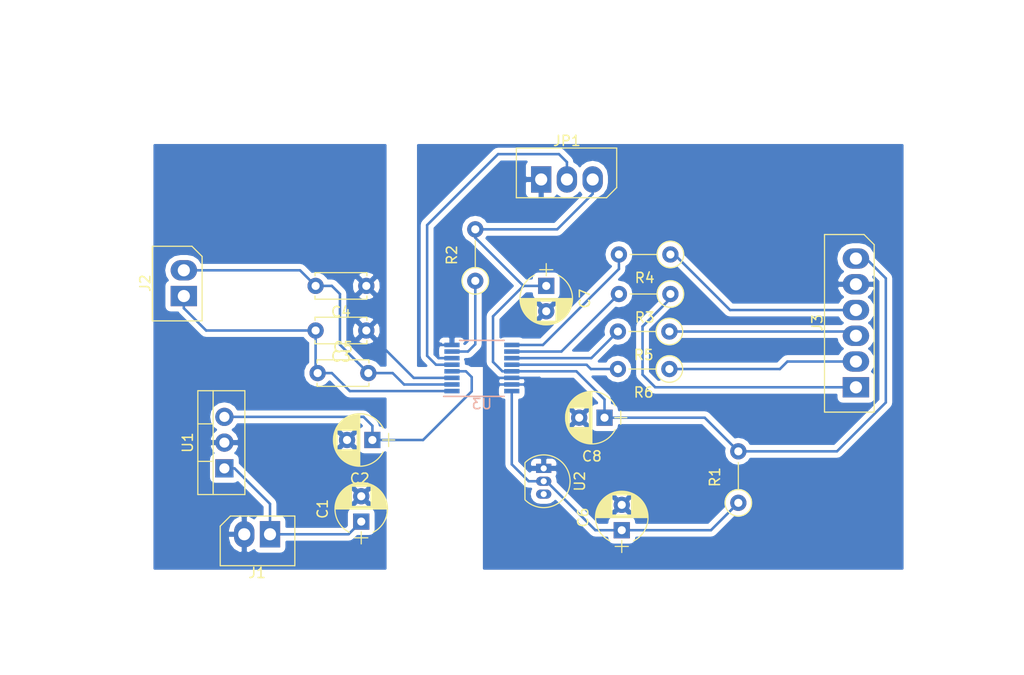
<source format=kicad_pcb>
(kicad_pcb (version 4) (host pcbnew 4.0.6)

  (general
    (links 44)
    (no_connects 0)
    (area 0 0 0 0)
    (thickness 1.6)
    (drawings 7)
    (tracks 116)
    (zones 0)
    (modules 21)
    (nets 20)
  )

  (page A4)
  (layers
    (0 F.Cu signal)
    (31 B.Cu signal)
    (32 B.Adhes user)
    (33 F.Adhes user)
    (34 B.Paste user)
    (35 F.Paste user)
    (36 B.SilkS user)
    (37 F.SilkS user)
    (38 B.Mask user)
    (39 F.Mask user)
    (40 Dwgs.User user)
    (41 Cmts.User user)
    (42 Eco1.User user)
    (43 Eco2.User user)
    (44 Edge.Cuts user)
    (45 Margin user)
    (46 B.CrtYd user)
    (47 F.CrtYd user)
    (48 B.Fab user)
    (49 F.Fab user)
  )

  (setup
    (last_trace_width 0.25)
    (trace_clearance 0.2)
    (zone_clearance 0.508)
    (zone_45_only no)
    (trace_min 0.2)
    (segment_width 0.2)
    (edge_width 0.1)
    (via_size 0.6)
    (via_drill 0.4)
    (via_min_size 0.4)
    (via_min_drill 0.3)
    (uvia_size 0.3)
    (uvia_drill 0.1)
    (uvias_allowed no)
    (uvia_min_size 0.2)
    (uvia_min_drill 0.1)
    (pcb_text_width 0.3)
    (pcb_text_size 1.5 1.5)
    (mod_edge_width 0.15)
    (mod_text_size 1 1)
    (mod_text_width 0.15)
    (pad_size 1.5 1.5)
    (pad_drill 0.6)
    (pad_to_mask_clearance 0)
    (aux_axis_origin 0 0)
    (visible_elements 7FFFFFFF)
    (pcbplotparams
      (layerselection 0x00030_80000001)
      (usegerberextensions false)
      (excludeedgelayer true)
      (linewidth 0.100000)
      (plotframeref false)
      (viasonmask false)
      (mode 1)
      (useauxorigin false)
      (hpglpennumber 1)
      (hpglpenspeed 20)
      (hpglpendiameter 15)
      (hpglpenoverlay 2)
      (psnegative false)
      (psa4output false)
      (plotreference true)
      (plotvalue true)
      (plotinvisibletext false)
      (padsonsilk false)
      (subtractmaskfromsilk false)
      (outputformat 1)
      (mirror false)
      (drillshape 1)
      (scaleselection 1)
      (outputdirectory ""))
  )

  (net 0 "")
  (net 1 "Net-(C1-Pad1)")
  (net 2 GNDA)
  (net 3 "Net-(C2-Pad1)")
  (net 4 "Net-(C3-Pad2)")
  (net 5 "Net-(C4-Pad2)")
  (net 6 "Net-(C6-Pad1)")
  (net 7 /DGND)
  (net 8 /DVDD)
  (net 9 /DRBY)
  (net 10 /CLK)
  (net 11 /SCLK)
  (net 12 /DOUT)
  (net 13 "Net-(JP1-Pad2)")
  (net 14 "Net-(R2-Pad1)")
  (net 15 "Net-(R3-Pad2)")
  (net 16 "Net-(R4-Pad2)")
  (net 17 "Net-(R5-Pad2)")
  (net 18 "Net-(R6-Pad2)")
  (net 19 "Net-(U2-Pad3)")

  (net_class Default "Esta es la clase de red por defecto."
    (clearance 0.2)
    (trace_width 0.25)
    (via_dia 0.6)
    (via_drill 0.4)
    (uvia_dia 0.3)
    (uvia_drill 0.1)
    (add_net /CLK)
    (add_net /DGND)
    (add_net /DOUT)
    (add_net /DRBY)
    (add_net /DVDD)
    (add_net /SCLK)
    (add_net GNDA)
    (add_net "Net-(C1-Pad1)")
    (add_net "Net-(C2-Pad1)")
    (add_net "Net-(C3-Pad2)")
    (add_net "Net-(C4-Pad2)")
    (add_net "Net-(C6-Pad1)")
    (add_net "Net-(JP1-Pad2)")
    (add_net "Net-(R2-Pad1)")
    (add_net "Net-(R3-Pad2)")
    (add_net "Net-(R4-Pad2)")
    (add_net "Net-(R5-Pad2)")
    (add_net "Net-(R6-Pad2)")
    (add_net "Net-(U2-Pad3)")
  )

  (module Capacitors_THT:CP_Radial_D5.0mm_P2.50mm (layer F.Cu) (tedit 597BC7C2) (tstamp 5C7329E7)
    (at 108.5 122.25 90)
    (descr "CP, Radial series, Radial, pin pitch=2.50mm, , diameter=5mm, Electrolytic Capacitor")
    (tags "CP Radial series Radial pin pitch 2.50mm  diameter 5mm Electrolytic Capacitor")
    (path /5C734034)
    (fp_text reference C1 (at 1.25 -3.81 90) (layer F.SilkS)
      (effects (font (size 1 1) (thickness 0.15)))
    )
    (fp_text value "0.33 uf" (at 1.25 3.81 90) (layer F.Fab)
      (effects (font (size 1 1) (thickness 0.15)))
    )
    (fp_arc (start 1.25 0) (end -1.05558 -1.18) (angle 125.8) (layer F.SilkS) (width 0.12))
    (fp_arc (start 1.25 0) (end -1.05558 1.18) (angle -125.8) (layer F.SilkS) (width 0.12))
    (fp_arc (start 1.25 0) (end 3.55558 -1.18) (angle 54.2) (layer F.SilkS) (width 0.12))
    (fp_circle (center 1.25 0) (end 3.75 0) (layer F.Fab) (width 0.1))
    (fp_line (start -2.2 0) (end -1 0) (layer F.Fab) (width 0.1))
    (fp_line (start -1.6 -0.65) (end -1.6 0.65) (layer F.Fab) (width 0.1))
    (fp_line (start 1.25 -2.55) (end 1.25 2.55) (layer F.SilkS) (width 0.12))
    (fp_line (start 1.29 -2.55) (end 1.29 2.55) (layer F.SilkS) (width 0.12))
    (fp_line (start 1.33 -2.549) (end 1.33 2.549) (layer F.SilkS) (width 0.12))
    (fp_line (start 1.37 -2.548) (end 1.37 2.548) (layer F.SilkS) (width 0.12))
    (fp_line (start 1.41 -2.546) (end 1.41 2.546) (layer F.SilkS) (width 0.12))
    (fp_line (start 1.45 -2.543) (end 1.45 2.543) (layer F.SilkS) (width 0.12))
    (fp_line (start 1.49 -2.539) (end 1.49 2.539) (layer F.SilkS) (width 0.12))
    (fp_line (start 1.53 -2.535) (end 1.53 -0.98) (layer F.SilkS) (width 0.12))
    (fp_line (start 1.53 0.98) (end 1.53 2.535) (layer F.SilkS) (width 0.12))
    (fp_line (start 1.57 -2.531) (end 1.57 -0.98) (layer F.SilkS) (width 0.12))
    (fp_line (start 1.57 0.98) (end 1.57 2.531) (layer F.SilkS) (width 0.12))
    (fp_line (start 1.61 -2.525) (end 1.61 -0.98) (layer F.SilkS) (width 0.12))
    (fp_line (start 1.61 0.98) (end 1.61 2.525) (layer F.SilkS) (width 0.12))
    (fp_line (start 1.65 -2.519) (end 1.65 -0.98) (layer F.SilkS) (width 0.12))
    (fp_line (start 1.65 0.98) (end 1.65 2.519) (layer F.SilkS) (width 0.12))
    (fp_line (start 1.69 -2.513) (end 1.69 -0.98) (layer F.SilkS) (width 0.12))
    (fp_line (start 1.69 0.98) (end 1.69 2.513) (layer F.SilkS) (width 0.12))
    (fp_line (start 1.73 -2.506) (end 1.73 -0.98) (layer F.SilkS) (width 0.12))
    (fp_line (start 1.73 0.98) (end 1.73 2.506) (layer F.SilkS) (width 0.12))
    (fp_line (start 1.77 -2.498) (end 1.77 -0.98) (layer F.SilkS) (width 0.12))
    (fp_line (start 1.77 0.98) (end 1.77 2.498) (layer F.SilkS) (width 0.12))
    (fp_line (start 1.81 -2.489) (end 1.81 -0.98) (layer F.SilkS) (width 0.12))
    (fp_line (start 1.81 0.98) (end 1.81 2.489) (layer F.SilkS) (width 0.12))
    (fp_line (start 1.85 -2.48) (end 1.85 -0.98) (layer F.SilkS) (width 0.12))
    (fp_line (start 1.85 0.98) (end 1.85 2.48) (layer F.SilkS) (width 0.12))
    (fp_line (start 1.89 -2.47) (end 1.89 -0.98) (layer F.SilkS) (width 0.12))
    (fp_line (start 1.89 0.98) (end 1.89 2.47) (layer F.SilkS) (width 0.12))
    (fp_line (start 1.93 -2.46) (end 1.93 -0.98) (layer F.SilkS) (width 0.12))
    (fp_line (start 1.93 0.98) (end 1.93 2.46) (layer F.SilkS) (width 0.12))
    (fp_line (start 1.971 -2.448) (end 1.971 -0.98) (layer F.SilkS) (width 0.12))
    (fp_line (start 1.971 0.98) (end 1.971 2.448) (layer F.SilkS) (width 0.12))
    (fp_line (start 2.011 -2.436) (end 2.011 -0.98) (layer F.SilkS) (width 0.12))
    (fp_line (start 2.011 0.98) (end 2.011 2.436) (layer F.SilkS) (width 0.12))
    (fp_line (start 2.051 -2.424) (end 2.051 -0.98) (layer F.SilkS) (width 0.12))
    (fp_line (start 2.051 0.98) (end 2.051 2.424) (layer F.SilkS) (width 0.12))
    (fp_line (start 2.091 -2.41) (end 2.091 -0.98) (layer F.SilkS) (width 0.12))
    (fp_line (start 2.091 0.98) (end 2.091 2.41) (layer F.SilkS) (width 0.12))
    (fp_line (start 2.131 -2.396) (end 2.131 -0.98) (layer F.SilkS) (width 0.12))
    (fp_line (start 2.131 0.98) (end 2.131 2.396) (layer F.SilkS) (width 0.12))
    (fp_line (start 2.171 -2.382) (end 2.171 -0.98) (layer F.SilkS) (width 0.12))
    (fp_line (start 2.171 0.98) (end 2.171 2.382) (layer F.SilkS) (width 0.12))
    (fp_line (start 2.211 -2.366) (end 2.211 -0.98) (layer F.SilkS) (width 0.12))
    (fp_line (start 2.211 0.98) (end 2.211 2.366) (layer F.SilkS) (width 0.12))
    (fp_line (start 2.251 -2.35) (end 2.251 -0.98) (layer F.SilkS) (width 0.12))
    (fp_line (start 2.251 0.98) (end 2.251 2.35) (layer F.SilkS) (width 0.12))
    (fp_line (start 2.291 -2.333) (end 2.291 -0.98) (layer F.SilkS) (width 0.12))
    (fp_line (start 2.291 0.98) (end 2.291 2.333) (layer F.SilkS) (width 0.12))
    (fp_line (start 2.331 -2.315) (end 2.331 -0.98) (layer F.SilkS) (width 0.12))
    (fp_line (start 2.331 0.98) (end 2.331 2.315) (layer F.SilkS) (width 0.12))
    (fp_line (start 2.371 -2.296) (end 2.371 -0.98) (layer F.SilkS) (width 0.12))
    (fp_line (start 2.371 0.98) (end 2.371 2.296) (layer F.SilkS) (width 0.12))
    (fp_line (start 2.411 -2.276) (end 2.411 -0.98) (layer F.SilkS) (width 0.12))
    (fp_line (start 2.411 0.98) (end 2.411 2.276) (layer F.SilkS) (width 0.12))
    (fp_line (start 2.451 -2.256) (end 2.451 -0.98) (layer F.SilkS) (width 0.12))
    (fp_line (start 2.451 0.98) (end 2.451 2.256) (layer F.SilkS) (width 0.12))
    (fp_line (start 2.491 -2.234) (end 2.491 -0.98) (layer F.SilkS) (width 0.12))
    (fp_line (start 2.491 0.98) (end 2.491 2.234) (layer F.SilkS) (width 0.12))
    (fp_line (start 2.531 -2.212) (end 2.531 -0.98) (layer F.SilkS) (width 0.12))
    (fp_line (start 2.531 0.98) (end 2.531 2.212) (layer F.SilkS) (width 0.12))
    (fp_line (start 2.571 -2.189) (end 2.571 -0.98) (layer F.SilkS) (width 0.12))
    (fp_line (start 2.571 0.98) (end 2.571 2.189) (layer F.SilkS) (width 0.12))
    (fp_line (start 2.611 -2.165) (end 2.611 -0.98) (layer F.SilkS) (width 0.12))
    (fp_line (start 2.611 0.98) (end 2.611 2.165) (layer F.SilkS) (width 0.12))
    (fp_line (start 2.651 -2.14) (end 2.651 -0.98) (layer F.SilkS) (width 0.12))
    (fp_line (start 2.651 0.98) (end 2.651 2.14) (layer F.SilkS) (width 0.12))
    (fp_line (start 2.691 -2.113) (end 2.691 -0.98) (layer F.SilkS) (width 0.12))
    (fp_line (start 2.691 0.98) (end 2.691 2.113) (layer F.SilkS) (width 0.12))
    (fp_line (start 2.731 -2.086) (end 2.731 -0.98) (layer F.SilkS) (width 0.12))
    (fp_line (start 2.731 0.98) (end 2.731 2.086) (layer F.SilkS) (width 0.12))
    (fp_line (start 2.771 -2.058) (end 2.771 -0.98) (layer F.SilkS) (width 0.12))
    (fp_line (start 2.771 0.98) (end 2.771 2.058) (layer F.SilkS) (width 0.12))
    (fp_line (start 2.811 -2.028) (end 2.811 -0.98) (layer F.SilkS) (width 0.12))
    (fp_line (start 2.811 0.98) (end 2.811 2.028) (layer F.SilkS) (width 0.12))
    (fp_line (start 2.851 -1.997) (end 2.851 -0.98) (layer F.SilkS) (width 0.12))
    (fp_line (start 2.851 0.98) (end 2.851 1.997) (layer F.SilkS) (width 0.12))
    (fp_line (start 2.891 -1.965) (end 2.891 -0.98) (layer F.SilkS) (width 0.12))
    (fp_line (start 2.891 0.98) (end 2.891 1.965) (layer F.SilkS) (width 0.12))
    (fp_line (start 2.931 -1.932) (end 2.931 -0.98) (layer F.SilkS) (width 0.12))
    (fp_line (start 2.931 0.98) (end 2.931 1.932) (layer F.SilkS) (width 0.12))
    (fp_line (start 2.971 -1.897) (end 2.971 -0.98) (layer F.SilkS) (width 0.12))
    (fp_line (start 2.971 0.98) (end 2.971 1.897) (layer F.SilkS) (width 0.12))
    (fp_line (start 3.011 -1.861) (end 3.011 -0.98) (layer F.SilkS) (width 0.12))
    (fp_line (start 3.011 0.98) (end 3.011 1.861) (layer F.SilkS) (width 0.12))
    (fp_line (start 3.051 -1.823) (end 3.051 -0.98) (layer F.SilkS) (width 0.12))
    (fp_line (start 3.051 0.98) (end 3.051 1.823) (layer F.SilkS) (width 0.12))
    (fp_line (start 3.091 -1.783) (end 3.091 -0.98) (layer F.SilkS) (width 0.12))
    (fp_line (start 3.091 0.98) (end 3.091 1.783) (layer F.SilkS) (width 0.12))
    (fp_line (start 3.131 -1.742) (end 3.131 -0.98) (layer F.SilkS) (width 0.12))
    (fp_line (start 3.131 0.98) (end 3.131 1.742) (layer F.SilkS) (width 0.12))
    (fp_line (start 3.171 -1.699) (end 3.171 -0.98) (layer F.SilkS) (width 0.12))
    (fp_line (start 3.171 0.98) (end 3.171 1.699) (layer F.SilkS) (width 0.12))
    (fp_line (start 3.211 -1.654) (end 3.211 -0.98) (layer F.SilkS) (width 0.12))
    (fp_line (start 3.211 0.98) (end 3.211 1.654) (layer F.SilkS) (width 0.12))
    (fp_line (start 3.251 -1.606) (end 3.251 -0.98) (layer F.SilkS) (width 0.12))
    (fp_line (start 3.251 0.98) (end 3.251 1.606) (layer F.SilkS) (width 0.12))
    (fp_line (start 3.291 -1.556) (end 3.291 -0.98) (layer F.SilkS) (width 0.12))
    (fp_line (start 3.291 0.98) (end 3.291 1.556) (layer F.SilkS) (width 0.12))
    (fp_line (start 3.331 -1.504) (end 3.331 -0.98) (layer F.SilkS) (width 0.12))
    (fp_line (start 3.331 0.98) (end 3.331 1.504) (layer F.SilkS) (width 0.12))
    (fp_line (start 3.371 -1.448) (end 3.371 -0.98) (layer F.SilkS) (width 0.12))
    (fp_line (start 3.371 0.98) (end 3.371 1.448) (layer F.SilkS) (width 0.12))
    (fp_line (start 3.411 -1.39) (end 3.411 -0.98) (layer F.SilkS) (width 0.12))
    (fp_line (start 3.411 0.98) (end 3.411 1.39) (layer F.SilkS) (width 0.12))
    (fp_line (start 3.451 -1.327) (end 3.451 -0.98) (layer F.SilkS) (width 0.12))
    (fp_line (start 3.451 0.98) (end 3.451 1.327) (layer F.SilkS) (width 0.12))
    (fp_line (start 3.491 -1.261) (end 3.491 1.261) (layer F.SilkS) (width 0.12))
    (fp_line (start 3.531 -1.189) (end 3.531 1.189) (layer F.SilkS) (width 0.12))
    (fp_line (start 3.571 -1.112) (end 3.571 1.112) (layer F.SilkS) (width 0.12))
    (fp_line (start 3.611 -1.028) (end 3.611 1.028) (layer F.SilkS) (width 0.12))
    (fp_line (start 3.651 -0.934) (end 3.651 0.934) (layer F.SilkS) (width 0.12))
    (fp_line (start 3.691 -0.829) (end 3.691 0.829) (layer F.SilkS) (width 0.12))
    (fp_line (start 3.731 -0.707) (end 3.731 0.707) (layer F.SilkS) (width 0.12))
    (fp_line (start 3.771 -0.559) (end 3.771 0.559) (layer F.SilkS) (width 0.12))
    (fp_line (start 3.811 -0.354) (end 3.811 0.354) (layer F.SilkS) (width 0.12))
    (fp_line (start -2.2 0) (end -1 0) (layer F.SilkS) (width 0.12))
    (fp_line (start -1.6 -0.65) (end -1.6 0.65) (layer F.SilkS) (width 0.12))
    (fp_line (start -1.6 -2.85) (end -1.6 2.85) (layer F.CrtYd) (width 0.05))
    (fp_line (start -1.6 2.85) (end 4.1 2.85) (layer F.CrtYd) (width 0.05))
    (fp_line (start 4.1 2.85) (end 4.1 -2.85) (layer F.CrtYd) (width 0.05))
    (fp_line (start 4.1 -2.85) (end -1.6 -2.85) (layer F.CrtYd) (width 0.05))
    (fp_text user %R (at 1.25 0 90) (layer F.Fab)
      (effects (font (size 1 1) (thickness 0.15)))
    )
    (pad 1 thru_hole rect (at 0 0 90) (size 1.6 1.6) (drill 0.8) (layers *.Cu *.Mask)
      (net 1 "Net-(C1-Pad1)"))
    (pad 2 thru_hole circle (at 2.5 0 90) (size 1.6 1.6) (drill 0.8) (layers *.Cu *.Mask)
      (net 2 GNDA))
    (model ${KISYS3DMOD}/Capacitors_THT.3dshapes/CP_Radial_D5.0mm_P2.50mm.wrl
      (at (xyz 0 0 0))
      (scale (xyz 1 1 1))
      (rotate (xyz 0 0 0))
    )
  )

  (module Capacitors_THT:CP_Radial_D5.0mm_P2.50mm (layer F.Cu) (tedit 597BC7C2) (tstamp 5C7329ED)
    (at 109.6 114.2 180)
    (descr "CP, Radial series, Radial, pin pitch=2.50mm, , diameter=5mm, Electrolytic Capacitor")
    (tags "CP Radial series Radial pin pitch 2.50mm  diameter 5mm Electrolytic Capacitor")
    (path /5C735176)
    (fp_text reference C2 (at 1.25 -3.81 180) (layer F.SilkS)
      (effects (font (size 1 1) (thickness 0.15)))
    )
    (fp_text value "0,1 uf" (at 1.25 3.81 180) (layer F.Fab)
      (effects (font (size 1 1) (thickness 0.15)))
    )
    (fp_arc (start 1.25 0) (end -1.05558 -1.18) (angle 125.8) (layer F.SilkS) (width 0.12))
    (fp_arc (start 1.25 0) (end -1.05558 1.18) (angle -125.8) (layer F.SilkS) (width 0.12))
    (fp_arc (start 1.25 0) (end 3.55558 -1.18) (angle 54.2) (layer F.SilkS) (width 0.12))
    (fp_circle (center 1.25 0) (end 3.75 0) (layer F.Fab) (width 0.1))
    (fp_line (start -2.2 0) (end -1 0) (layer F.Fab) (width 0.1))
    (fp_line (start -1.6 -0.65) (end -1.6 0.65) (layer F.Fab) (width 0.1))
    (fp_line (start 1.25 -2.55) (end 1.25 2.55) (layer F.SilkS) (width 0.12))
    (fp_line (start 1.29 -2.55) (end 1.29 2.55) (layer F.SilkS) (width 0.12))
    (fp_line (start 1.33 -2.549) (end 1.33 2.549) (layer F.SilkS) (width 0.12))
    (fp_line (start 1.37 -2.548) (end 1.37 2.548) (layer F.SilkS) (width 0.12))
    (fp_line (start 1.41 -2.546) (end 1.41 2.546) (layer F.SilkS) (width 0.12))
    (fp_line (start 1.45 -2.543) (end 1.45 2.543) (layer F.SilkS) (width 0.12))
    (fp_line (start 1.49 -2.539) (end 1.49 2.539) (layer F.SilkS) (width 0.12))
    (fp_line (start 1.53 -2.535) (end 1.53 -0.98) (layer F.SilkS) (width 0.12))
    (fp_line (start 1.53 0.98) (end 1.53 2.535) (layer F.SilkS) (width 0.12))
    (fp_line (start 1.57 -2.531) (end 1.57 -0.98) (layer F.SilkS) (width 0.12))
    (fp_line (start 1.57 0.98) (end 1.57 2.531) (layer F.SilkS) (width 0.12))
    (fp_line (start 1.61 -2.525) (end 1.61 -0.98) (layer F.SilkS) (width 0.12))
    (fp_line (start 1.61 0.98) (end 1.61 2.525) (layer F.SilkS) (width 0.12))
    (fp_line (start 1.65 -2.519) (end 1.65 -0.98) (layer F.SilkS) (width 0.12))
    (fp_line (start 1.65 0.98) (end 1.65 2.519) (layer F.SilkS) (width 0.12))
    (fp_line (start 1.69 -2.513) (end 1.69 -0.98) (layer F.SilkS) (width 0.12))
    (fp_line (start 1.69 0.98) (end 1.69 2.513) (layer F.SilkS) (width 0.12))
    (fp_line (start 1.73 -2.506) (end 1.73 -0.98) (layer F.SilkS) (width 0.12))
    (fp_line (start 1.73 0.98) (end 1.73 2.506) (layer F.SilkS) (width 0.12))
    (fp_line (start 1.77 -2.498) (end 1.77 -0.98) (layer F.SilkS) (width 0.12))
    (fp_line (start 1.77 0.98) (end 1.77 2.498) (layer F.SilkS) (width 0.12))
    (fp_line (start 1.81 -2.489) (end 1.81 -0.98) (layer F.SilkS) (width 0.12))
    (fp_line (start 1.81 0.98) (end 1.81 2.489) (layer F.SilkS) (width 0.12))
    (fp_line (start 1.85 -2.48) (end 1.85 -0.98) (layer F.SilkS) (width 0.12))
    (fp_line (start 1.85 0.98) (end 1.85 2.48) (layer F.SilkS) (width 0.12))
    (fp_line (start 1.89 -2.47) (end 1.89 -0.98) (layer F.SilkS) (width 0.12))
    (fp_line (start 1.89 0.98) (end 1.89 2.47) (layer F.SilkS) (width 0.12))
    (fp_line (start 1.93 -2.46) (end 1.93 -0.98) (layer F.SilkS) (width 0.12))
    (fp_line (start 1.93 0.98) (end 1.93 2.46) (layer F.SilkS) (width 0.12))
    (fp_line (start 1.971 -2.448) (end 1.971 -0.98) (layer F.SilkS) (width 0.12))
    (fp_line (start 1.971 0.98) (end 1.971 2.448) (layer F.SilkS) (width 0.12))
    (fp_line (start 2.011 -2.436) (end 2.011 -0.98) (layer F.SilkS) (width 0.12))
    (fp_line (start 2.011 0.98) (end 2.011 2.436) (layer F.SilkS) (width 0.12))
    (fp_line (start 2.051 -2.424) (end 2.051 -0.98) (layer F.SilkS) (width 0.12))
    (fp_line (start 2.051 0.98) (end 2.051 2.424) (layer F.SilkS) (width 0.12))
    (fp_line (start 2.091 -2.41) (end 2.091 -0.98) (layer F.SilkS) (width 0.12))
    (fp_line (start 2.091 0.98) (end 2.091 2.41) (layer F.SilkS) (width 0.12))
    (fp_line (start 2.131 -2.396) (end 2.131 -0.98) (layer F.SilkS) (width 0.12))
    (fp_line (start 2.131 0.98) (end 2.131 2.396) (layer F.SilkS) (width 0.12))
    (fp_line (start 2.171 -2.382) (end 2.171 -0.98) (layer F.SilkS) (width 0.12))
    (fp_line (start 2.171 0.98) (end 2.171 2.382) (layer F.SilkS) (width 0.12))
    (fp_line (start 2.211 -2.366) (end 2.211 -0.98) (layer F.SilkS) (width 0.12))
    (fp_line (start 2.211 0.98) (end 2.211 2.366) (layer F.SilkS) (width 0.12))
    (fp_line (start 2.251 -2.35) (end 2.251 -0.98) (layer F.SilkS) (width 0.12))
    (fp_line (start 2.251 0.98) (end 2.251 2.35) (layer F.SilkS) (width 0.12))
    (fp_line (start 2.291 -2.333) (end 2.291 -0.98) (layer F.SilkS) (width 0.12))
    (fp_line (start 2.291 0.98) (end 2.291 2.333) (layer F.SilkS) (width 0.12))
    (fp_line (start 2.331 -2.315) (end 2.331 -0.98) (layer F.SilkS) (width 0.12))
    (fp_line (start 2.331 0.98) (end 2.331 2.315) (layer F.SilkS) (width 0.12))
    (fp_line (start 2.371 -2.296) (end 2.371 -0.98) (layer F.SilkS) (width 0.12))
    (fp_line (start 2.371 0.98) (end 2.371 2.296) (layer F.SilkS) (width 0.12))
    (fp_line (start 2.411 -2.276) (end 2.411 -0.98) (layer F.SilkS) (width 0.12))
    (fp_line (start 2.411 0.98) (end 2.411 2.276) (layer F.SilkS) (width 0.12))
    (fp_line (start 2.451 -2.256) (end 2.451 -0.98) (layer F.SilkS) (width 0.12))
    (fp_line (start 2.451 0.98) (end 2.451 2.256) (layer F.SilkS) (width 0.12))
    (fp_line (start 2.491 -2.234) (end 2.491 -0.98) (layer F.SilkS) (width 0.12))
    (fp_line (start 2.491 0.98) (end 2.491 2.234) (layer F.SilkS) (width 0.12))
    (fp_line (start 2.531 -2.212) (end 2.531 -0.98) (layer F.SilkS) (width 0.12))
    (fp_line (start 2.531 0.98) (end 2.531 2.212) (layer F.SilkS) (width 0.12))
    (fp_line (start 2.571 -2.189) (end 2.571 -0.98) (layer F.SilkS) (width 0.12))
    (fp_line (start 2.571 0.98) (end 2.571 2.189) (layer F.SilkS) (width 0.12))
    (fp_line (start 2.611 -2.165) (end 2.611 -0.98) (layer F.SilkS) (width 0.12))
    (fp_line (start 2.611 0.98) (end 2.611 2.165) (layer F.SilkS) (width 0.12))
    (fp_line (start 2.651 -2.14) (end 2.651 -0.98) (layer F.SilkS) (width 0.12))
    (fp_line (start 2.651 0.98) (end 2.651 2.14) (layer F.SilkS) (width 0.12))
    (fp_line (start 2.691 -2.113) (end 2.691 -0.98) (layer F.SilkS) (width 0.12))
    (fp_line (start 2.691 0.98) (end 2.691 2.113) (layer F.SilkS) (width 0.12))
    (fp_line (start 2.731 -2.086) (end 2.731 -0.98) (layer F.SilkS) (width 0.12))
    (fp_line (start 2.731 0.98) (end 2.731 2.086) (layer F.SilkS) (width 0.12))
    (fp_line (start 2.771 -2.058) (end 2.771 -0.98) (layer F.SilkS) (width 0.12))
    (fp_line (start 2.771 0.98) (end 2.771 2.058) (layer F.SilkS) (width 0.12))
    (fp_line (start 2.811 -2.028) (end 2.811 -0.98) (layer F.SilkS) (width 0.12))
    (fp_line (start 2.811 0.98) (end 2.811 2.028) (layer F.SilkS) (width 0.12))
    (fp_line (start 2.851 -1.997) (end 2.851 -0.98) (layer F.SilkS) (width 0.12))
    (fp_line (start 2.851 0.98) (end 2.851 1.997) (layer F.SilkS) (width 0.12))
    (fp_line (start 2.891 -1.965) (end 2.891 -0.98) (layer F.SilkS) (width 0.12))
    (fp_line (start 2.891 0.98) (end 2.891 1.965) (layer F.SilkS) (width 0.12))
    (fp_line (start 2.931 -1.932) (end 2.931 -0.98) (layer F.SilkS) (width 0.12))
    (fp_line (start 2.931 0.98) (end 2.931 1.932) (layer F.SilkS) (width 0.12))
    (fp_line (start 2.971 -1.897) (end 2.971 -0.98) (layer F.SilkS) (width 0.12))
    (fp_line (start 2.971 0.98) (end 2.971 1.897) (layer F.SilkS) (width 0.12))
    (fp_line (start 3.011 -1.861) (end 3.011 -0.98) (layer F.SilkS) (width 0.12))
    (fp_line (start 3.011 0.98) (end 3.011 1.861) (layer F.SilkS) (width 0.12))
    (fp_line (start 3.051 -1.823) (end 3.051 -0.98) (layer F.SilkS) (width 0.12))
    (fp_line (start 3.051 0.98) (end 3.051 1.823) (layer F.SilkS) (width 0.12))
    (fp_line (start 3.091 -1.783) (end 3.091 -0.98) (layer F.SilkS) (width 0.12))
    (fp_line (start 3.091 0.98) (end 3.091 1.783) (layer F.SilkS) (width 0.12))
    (fp_line (start 3.131 -1.742) (end 3.131 -0.98) (layer F.SilkS) (width 0.12))
    (fp_line (start 3.131 0.98) (end 3.131 1.742) (layer F.SilkS) (width 0.12))
    (fp_line (start 3.171 -1.699) (end 3.171 -0.98) (layer F.SilkS) (width 0.12))
    (fp_line (start 3.171 0.98) (end 3.171 1.699) (layer F.SilkS) (width 0.12))
    (fp_line (start 3.211 -1.654) (end 3.211 -0.98) (layer F.SilkS) (width 0.12))
    (fp_line (start 3.211 0.98) (end 3.211 1.654) (layer F.SilkS) (width 0.12))
    (fp_line (start 3.251 -1.606) (end 3.251 -0.98) (layer F.SilkS) (width 0.12))
    (fp_line (start 3.251 0.98) (end 3.251 1.606) (layer F.SilkS) (width 0.12))
    (fp_line (start 3.291 -1.556) (end 3.291 -0.98) (layer F.SilkS) (width 0.12))
    (fp_line (start 3.291 0.98) (end 3.291 1.556) (layer F.SilkS) (width 0.12))
    (fp_line (start 3.331 -1.504) (end 3.331 -0.98) (layer F.SilkS) (width 0.12))
    (fp_line (start 3.331 0.98) (end 3.331 1.504) (layer F.SilkS) (width 0.12))
    (fp_line (start 3.371 -1.448) (end 3.371 -0.98) (layer F.SilkS) (width 0.12))
    (fp_line (start 3.371 0.98) (end 3.371 1.448) (layer F.SilkS) (width 0.12))
    (fp_line (start 3.411 -1.39) (end 3.411 -0.98) (layer F.SilkS) (width 0.12))
    (fp_line (start 3.411 0.98) (end 3.411 1.39) (layer F.SilkS) (width 0.12))
    (fp_line (start 3.451 -1.327) (end 3.451 -0.98) (layer F.SilkS) (width 0.12))
    (fp_line (start 3.451 0.98) (end 3.451 1.327) (layer F.SilkS) (width 0.12))
    (fp_line (start 3.491 -1.261) (end 3.491 1.261) (layer F.SilkS) (width 0.12))
    (fp_line (start 3.531 -1.189) (end 3.531 1.189) (layer F.SilkS) (width 0.12))
    (fp_line (start 3.571 -1.112) (end 3.571 1.112) (layer F.SilkS) (width 0.12))
    (fp_line (start 3.611 -1.028) (end 3.611 1.028) (layer F.SilkS) (width 0.12))
    (fp_line (start 3.651 -0.934) (end 3.651 0.934) (layer F.SilkS) (width 0.12))
    (fp_line (start 3.691 -0.829) (end 3.691 0.829) (layer F.SilkS) (width 0.12))
    (fp_line (start 3.731 -0.707) (end 3.731 0.707) (layer F.SilkS) (width 0.12))
    (fp_line (start 3.771 -0.559) (end 3.771 0.559) (layer F.SilkS) (width 0.12))
    (fp_line (start 3.811 -0.354) (end 3.811 0.354) (layer F.SilkS) (width 0.12))
    (fp_line (start -2.2 0) (end -1 0) (layer F.SilkS) (width 0.12))
    (fp_line (start -1.6 -0.65) (end -1.6 0.65) (layer F.SilkS) (width 0.12))
    (fp_line (start -1.6 -2.85) (end -1.6 2.85) (layer F.CrtYd) (width 0.05))
    (fp_line (start -1.6 2.85) (end 4.1 2.85) (layer F.CrtYd) (width 0.05))
    (fp_line (start 4.1 2.85) (end 4.1 -2.85) (layer F.CrtYd) (width 0.05))
    (fp_line (start 4.1 -2.85) (end -1.6 -2.85) (layer F.CrtYd) (width 0.05))
    (fp_text user %R (at 1.25 0 180) (layer F.Fab)
      (effects (font (size 1 1) (thickness 0.15)))
    )
    (pad 1 thru_hole rect (at 0 0 180) (size 1.6 1.6) (drill 0.8) (layers *.Cu *.Mask)
      (net 3 "Net-(C2-Pad1)"))
    (pad 2 thru_hole circle (at 2.5 0 180) (size 1.6 1.6) (drill 0.8) (layers *.Cu *.Mask)
      (net 2 GNDA))
    (model ${KISYS3DMOD}/Capacitors_THT.3dshapes/CP_Radial_D5.0mm_P2.50mm.wrl
      (at (xyz 0 0 0))
      (scale (xyz 1 1 1))
      (rotate (xyz 0 0 0))
    )
  )

  (module Capacitors_THT:C_Disc_D5.0mm_W2.5mm_P5.00mm (layer F.Cu) (tedit 597BC7C2) (tstamp 5C7329F3)
    (at 109 103.4 180)
    (descr "C, Disc series, Radial, pin pitch=5.00mm, , diameter*width=5*2.5mm^2, Capacitor, http://cdn-reichelt.de/documents/datenblatt/B300/DS_KERKO_TC.pdf")
    (tags "C Disc series Radial pin pitch 5.00mm  diameter 5mm width 2.5mm Capacitor")
    (path /5B1A1242)
    (fp_text reference C3 (at 2.5 -2.56 180) (layer F.SilkS)
      (effects (font (size 1 1) (thickness 0.15)))
    )
    (fp_text value 100pF (at 2.5 2.56 180) (layer F.Fab)
      (effects (font (size 1 1) (thickness 0.15)))
    )
    (fp_line (start 0 -1.25) (end 0 1.25) (layer F.Fab) (width 0.1))
    (fp_line (start 0 1.25) (end 5 1.25) (layer F.Fab) (width 0.1))
    (fp_line (start 5 1.25) (end 5 -1.25) (layer F.Fab) (width 0.1))
    (fp_line (start 5 -1.25) (end 0 -1.25) (layer F.Fab) (width 0.1))
    (fp_line (start -0.06 -1.31) (end 5.06 -1.31) (layer F.SilkS) (width 0.12))
    (fp_line (start -0.06 1.31) (end 5.06 1.31) (layer F.SilkS) (width 0.12))
    (fp_line (start -0.06 -1.31) (end -0.06 -0.996) (layer F.SilkS) (width 0.12))
    (fp_line (start -0.06 0.996) (end -0.06 1.31) (layer F.SilkS) (width 0.12))
    (fp_line (start 5.06 -1.31) (end 5.06 -0.996) (layer F.SilkS) (width 0.12))
    (fp_line (start 5.06 0.996) (end 5.06 1.31) (layer F.SilkS) (width 0.12))
    (fp_line (start -1.05 -1.6) (end -1.05 1.6) (layer F.CrtYd) (width 0.05))
    (fp_line (start -1.05 1.6) (end 6.05 1.6) (layer F.CrtYd) (width 0.05))
    (fp_line (start 6.05 1.6) (end 6.05 -1.6) (layer F.CrtYd) (width 0.05))
    (fp_line (start 6.05 -1.6) (end -1.05 -1.6) (layer F.CrtYd) (width 0.05))
    (fp_text user %R (at 2.5 0 180) (layer F.Fab)
      (effects (font (size 1 1) (thickness 0.15)))
    )
    (pad 1 thru_hole circle (at 0 0 180) (size 1.6 1.6) (drill 0.8) (layers *.Cu *.Mask)
      (net 2 GNDA))
    (pad 2 thru_hole circle (at 5 0 180) (size 1.6 1.6) (drill 0.8) (layers *.Cu *.Mask)
      (net 4 "Net-(C3-Pad2)"))
    (model ${KISYS3DMOD}/Capacitors_THT.3dshapes/C_Disc_D5.0mm_W2.5mm_P5.00mm.wrl
      (at (xyz 0 0 0))
      (scale (xyz 1 1 1))
      (rotate (xyz 0 0 0))
    )
  )

  (module Capacitors_THT:C_Disc_D5.0mm_W2.5mm_P5.00mm (layer F.Cu) (tedit 597BC7C2) (tstamp 5C7329F9)
    (at 109 99 180)
    (descr "C, Disc series, Radial, pin pitch=5.00mm, , diameter*width=5*2.5mm^2, Capacitor, http://cdn-reichelt.de/documents/datenblatt/B300/DS_KERKO_TC.pdf")
    (tags "C Disc series Radial pin pitch 5.00mm  diameter 5mm width 2.5mm Capacitor")
    (path /5B1A185C)
    (fp_text reference C4 (at 2.5 -2.56 180) (layer F.SilkS)
      (effects (font (size 1 1) (thickness 0.15)))
    )
    (fp_text value 100pF (at 2.5 2.56 180) (layer F.Fab)
      (effects (font (size 1 1) (thickness 0.15)))
    )
    (fp_line (start 0 -1.25) (end 0 1.25) (layer F.Fab) (width 0.1))
    (fp_line (start 0 1.25) (end 5 1.25) (layer F.Fab) (width 0.1))
    (fp_line (start 5 1.25) (end 5 -1.25) (layer F.Fab) (width 0.1))
    (fp_line (start 5 -1.25) (end 0 -1.25) (layer F.Fab) (width 0.1))
    (fp_line (start -0.06 -1.31) (end 5.06 -1.31) (layer F.SilkS) (width 0.12))
    (fp_line (start -0.06 1.31) (end 5.06 1.31) (layer F.SilkS) (width 0.12))
    (fp_line (start -0.06 -1.31) (end -0.06 -0.996) (layer F.SilkS) (width 0.12))
    (fp_line (start -0.06 0.996) (end -0.06 1.31) (layer F.SilkS) (width 0.12))
    (fp_line (start 5.06 -1.31) (end 5.06 -0.996) (layer F.SilkS) (width 0.12))
    (fp_line (start 5.06 0.996) (end 5.06 1.31) (layer F.SilkS) (width 0.12))
    (fp_line (start -1.05 -1.6) (end -1.05 1.6) (layer F.CrtYd) (width 0.05))
    (fp_line (start -1.05 1.6) (end 6.05 1.6) (layer F.CrtYd) (width 0.05))
    (fp_line (start 6.05 1.6) (end 6.05 -1.6) (layer F.CrtYd) (width 0.05))
    (fp_line (start 6.05 -1.6) (end -1.05 -1.6) (layer F.CrtYd) (width 0.05))
    (fp_text user %R (at 2.5 0 180) (layer F.Fab)
      (effects (font (size 1 1) (thickness 0.15)))
    )
    (pad 1 thru_hole circle (at 0 0 180) (size 1.6 1.6) (drill 0.8) (layers *.Cu *.Mask)
      (net 2 GNDA))
    (pad 2 thru_hole circle (at 5 0 180) (size 1.6 1.6) (drill 0.8) (layers *.Cu *.Mask)
      (net 5 "Net-(C4-Pad2)"))
    (model ${KISYS3DMOD}/Capacitors_THT.3dshapes/C_Disc_D5.0mm_W2.5mm_P5.00mm.wrl
      (at (xyz 0 0 0))
      (scale (xyz 1 1 1))
      (rotate (xyz 0 0 0))
    )
  )

  (module Capacitors_THT:C_Disc_D5.0mm_W2.5mm_P5.00mm (layer F.Cu) (tedit 597BC7C2) (tstamp 5C7329FF)
    (at 104.2 107.6)
    (descr "C, Disc series, Radial, pin pitch=5.00mm, , diameter*width=5*2.5mm^2, Capacitor, http://cdn-reichelt.de/documents/datenblatt/B300/DS_KERKO_TC.pdf")
    (tags "C Disc series Radial pin pitch 5.00mm  diameter 5mm width 2.5mm Capacitor")
    (path /5B19F27A)
    (fp_text reference C5 (at 2.5 -2.56) (layer F.SilkS)
      (effects (font (size 1 1) (thickness 0.15)))
    )
    (fp_text value 1nF (at 2.5 2.56) (layer F.Fab)
      (effects (font (size 1 1) (thickness 0.15)))
    )
    (fp_line (start 0 -1.25) (end 0 1.25) (layer F.Fab) (width 0.1))
    (fp_line (start 0 1.25) (end 5 1.25) (layer F.Fab) (width 0.1))
    (fp_line (start 5 1.25) (end 5 -1.25) (layer F.Fab) (width 0.1))
    (fp_line (start 5 -1.25) (end 0 -1.25) (layer F.Fab) (width 0.1))
    (fp_line (start -0.06 -1.31) (end 5.06 -1.31) (layer F.SilkS) (width 0.12))
    (fp_line (start -0.06 1.31) (end 5.06 1.31) (layer F.SilkS) (width 0.12))
    (fp_line (start -0.06 -1.31) (end -0.06 -0.996) (layer F.SilkS) (width 0.12))
    (fp_line (start -0.06 0.996) (end -0.06 1.31) (layer F.SilkS) (width 0.12))
    (fp_line (start 5.06 -1.31) (end 5.06 -0.996) (layer F.SilkS) (width 0.12))
    (fp_line (start 5.06 0.996) (end 5.06 1.31) (layer F.SilkS) (width 0.12))
    (fp_line (start -1.05 -1.6) (end -1.05 1.6) (layer F.CrtYd) (width 0.05))
    (fp_line (start -1.05 1.6) (end 6.05 1.6) (layer F.CrtYd) (width 0.05))
    (fp_line (start 6.05 1.6) (end 6.05 -1.6) (layer F.CrtYd) (width 0.05))
    (fp_line (start 6.05 -1.6) (end -1.05 -1.6) (layer F.CrtYd) (width 0.05))
    (fp_text user %R (at 2.5 0) (layer F.Fab)
      (effects (font (size 1 1) (thickness 0.15)))
    )
    (pad 1 thru_hole circle (at 0 0) (size 1.6 1.6) (drill 0.8) (layers *.Cu *.Mask)
      (net 4 "Net-(C3-Pad2)"))
    (pad 2 thru_hole circle (at 5 0) (size 1.6 1.6) (drill 0.8) (layers *.Cu *.Mask)
      (net 5 "Net-(C4-Pad2)"))
    (model ${KISYS3DMOD}/Capacitors_THT.3dshapes/C_Disc_D5.0mm_W2.5mm_P5.00mm.wrl
      (at (xyz 0 0 0))
      (scale (xyz 1 1 1))
      (rotate (xyz 0 0 0))
    )
  )

  (module Capacitors_THT:CP_Radial_D5.0mm_P2.50mm (layer F.Cu) (tedit 597BC7C2) (tstamp 5C732A05)
    (at 134.2 123.1 90)
    (descr "CP, Radial series, Radial, pin pitch=2.50mm, , diameter=5mm, Electrolytic Capacitor")
    (tags "CP Radial series Radial pin pitch 2.50mm  diameter 5mm Electrolytic Capacitor")
    (path /5C733EEA)
    (fp_text reference C6 (at 1.25 -3.81 90) (layer F.SilkS)
      (effects (font (size 1 1) (thickness 0.15)))
    )
    (fp_text value "10 uf" (at 1.25 3.81 90) (layer F.Fab)
      (effects (font (size 1 1) (thickness 0.15)))
    )
    (fp_arc (start 1.25 0) (end -1.05558 -1.18) (angle 125.8) (layer F.SilkS) (width 0.12))
    (fp_arc (start 1.25 0) (end -1.05558 1.18) (angle -125.8) (layer F.SilkS) (width 0.12))
    (fp_arc (start 1.25 0) (end 3.55558 -1.18) (angle 54.2) (layer F.SilkS) (width 0.12))
    (fp_circle (center 1.25 0) (end 3.75 0) (layer F.Fab) (width 0.1))
    (fp_line (start -2.2 0) (end -1 0) (layer F.Fab) (width 0.1))
    (fp_line (start -1.6 -0.65) (end -1.6 0.65) (layer F.Fab) (width 0.1))
    (fp_line (start 1.25 -2.55) (end 1.25 2.55) (layer F.SilkS) (width 0.12))
    (fp_line (start 1.29 -2.55) (end 1.29 2.55) (layer F.SilkS) (width 0.12))
    (fp_line (start 1.33 -2.549) (end 1.33 2.549) (layer F.SilkS) (width 0.12))
    (fp_line (start 1.37 -2.548) (end 1.37 2.548) (layer F.SilkS) (width 0.12))
    (fp_line (start 1.41 -2.546) (end 1.41 2.546) (layer F.SilkS) (width 0.12))
    (fp_line (start 1.45 -2.543) (end 1.45 2.543) (layer F.SilkS) (width 0.12))
    (fp_line (start 1.49 -2.539) (end 1.49 2.539) (layer F.SilkS) (width 0.12))
    (fp_line (start 1.53 -2.535) (end 1.53 -0.98) (layer F.SilkS) (width 0.12))
    (fp_line (start 1.53 0.98) (end 1.53 2.535) (layer F.SilkS) (width 0.12))
    (fp_line (start 1.57 -2.531) (end 1.57 -0.98) (layer F.SilkS) (width 0.12))
    (fp_line (start 1.57 0.98) (end 1.57 2.531) (layer F.SilkS) (width 0.12))
    (fp_line (start 1.61 -2.525) (end 1.61 -0.98) (layer F.SilkS) (width 0.12))
    (fp_line (start 1.61 0.98) (end 1.61 2.525) (layer F.SilkS) (width 0.12))
    (fp_line (start 1.65 -2.519) (end 1.65 -0.98) (layer F.SilkS) (width 0.12))
    (fp_line (start 1.65 0.98) (end 1.65 2.519) (layer F.SilkS) (width 0.12))
    (fp_line (start 1.69 -2.513) (end 1.69 -0.98) (layer F.SilkS) (width 0.12))
    (fp_line (start 1.69 0.98) (end 1.69 2.513) (layer F.SilkS) (width 0.12))
    (fp_line (start 1.73 -2.506) (end 1.73 -0.98) (layer F.SilkS) (width 0.12))
    (fp_line (start 1.73 0.98) (end 1.73 2.506) (layer F.SilkS) (width 0.12))
    (fp_line (start 1.77 -2.498) (end 1.77 -0.98) (layer F.SilkS) (width 0.12))
    (fp_line (start 1.77 0.98) (end 1.77 2.498) (layer F.SilkS) (width 0.12))
    (fp_line (start 1.81 -2.489) (end 1.81 -0.98) (layer F.SilkS) (width 0.12))
    (fp_line (start 1.81 0.98) (end 1.81 2.489) (layer F.SilkS) (width 0.12))
    (fp_line (start 1.85 -2.48) (end 1.85 -0.98) (layer F.SilkS) (width 0.12))
    (fp_line (start 1.85 0.98) (end 1.85 2.48) (layer F.SilkS) (width 0.12))
    (fp_line (start 1.89 -2.47) (end 1.89 -0.98) (layer F.SilkS) (width 0.12))
    (fp_line (start 1.89 0.98) (end 1.89 2.47) (layer F.SilkS) (width 0.12))
    (fp_line (start 1.93 -2.46) (end 1.93 -0.98) (layer F.SilkS) (width 0.12))
    (fp_line (start 1.93 0.98) (end 1.93 2.46) (layer F.SilkS) (width 0.12))
    (fp_line (start 1.971 -2.448) (end 1.971 -0.98) (layer F.SilkS) (width 0.12))
    (fp_line (start 1.971 0.98) (end 1.971 2.448) (layer F.SilkS) (width 0.12))
    (fp_line (start 2.011 -2.436) (end 2.011 -0.98) (layer F.SilkS) (width 0.12))
    (fp_line (start 2.011 0.98) (end 2.011 2.436) (layer F.SilkS) (width 0.12))
    (fp_line (start 2.051 -2.424) (end 2.051 -0.98) (layer F.SilkS) (width 0.12))
    (fp_line (start 2.051 0.98) (end 2.051 2.424) (layer F.SilkS) (width 0.12))
    (fp_line (start 2.091 -2.41) (end 2.091 -0.98) (layer F.SilkS) (width 0.12))
    (fp_line (start 2.091 0.98) (end 2.091 2.41) (layer F.SilkS) (width 0.12))
    (fp_line (start 2.131 -2.396) (end 2.131 -0.98) (layer F.SilkS) (width 0.12))
    (fp_line (start 2.131 0.98) (end 2.131 2.396) (layer F.SilkS) (width 0.12))
    (fp_line (start 2.171 -2.382) (end 2.171 -0.98) (layer F.SilkS) (width 0.12))
    (fp_line (start 2.171 0.98) (end 2.171 2.382) (layer F.SilkS) (width 0.12))
    (fp_line (start 2.211 -2.366) (end 2.211 -0.98) (layer F.SilkS) (width 0.12))
    (fp_line (start 2.211 0.98) (end 2.211 2.366) (layer F.SilkS) (width 0.12))
    (fp_line (start 2.251 -2.35) (end 2.251 -0.98) (layer F.SilkS) (width 0.12))
    (fp_line (start 2.251 0.98) (end 2.251 2.35) (layer F.SilkS) (width 0.12))
    (fp_line (start 2.291 -2.333) (end 2.291 -0.98) (layer F.SilkS) (width 0.12))
    (fp_line (start 2.291 0.98) (end 2.291 2.333) (layer F.SilkS) (width 0.12))
    (fp_line (start 2.331 -2.315) (end 2.331 -0.98) (layer F.SilkS) (width 0.12))
    (fp_line (start 2.331 0.98) (end 2.331 2.315) (layer F.SilkS) (width 0.12))
    (fp_line (start 2.371 -2.296) (end 2.371 -0.98) (layer F.SilkS) (width 0.12))
    (fp_line (start 2.371 0.98) (end 2.371 2.296) (layer F.SilkS) (width 0.12))
    (fp_line (start 2.411 -2.276) (end 2.411 -0.98) (layer F.SilkS) (width 0.12))
    (fp_line (start 2.411 0.98) (end 2.411 2.276) (layer F.SilkS) (width 0.12))
    (fp_line (start 2.451 -2.256) (end 2.451 -0.98) (layer F.SilkS) (width 0.12))
    (fp_line (start 2.451 0.98) (end 2.451 2.256) (layer F.SilkS) (width 0.12))
    (fp_line (start 2.491 -2.234) (end 2.491 -0.98) (layer F.SilkS) (width 0.12))
    (fp_line (start 2.491 0.98) (end 2.491 2.234) (layer F.SilkS) (width 0.12))
    (fp_line (start 2.531 -2.212) (end 2.531 -0.98) (layer F.SilkS) (width 0.12))
    (fp_line (start 2.531 0.98) (end 2.531 2.212) (layer F.SilkS) (width 0.12))
    (fp_line (start 2.571 -2.189) (end 2.571 -0.98) (layer F.SilkS) (width 0.12))
    (fp_line (start 2.571 0.98) (end 2.571 2.189) (layer F.SilkS) (width 0.12))
    (fp_line (start 2.611 -2.165) (end 2.611 -0.98) (layer F.SilkS) (width 0.12))
    (fp_line (start 2.611 0.98) (end 2.611 2.165) (layer F.SilkS) (width 0.12))
    (fp_line (start 2.651 -2.14) (end 2.651 -0.98) (layer F.SilkS) (width 0.12))
    (fp_line (start 2.651 0.98) (end 2.651 2.14) (layer F.SilkS) (width 0.12))
    (fp_line (start 2.691 -2.113) (end 2.691 -0.98) (layer F.SilkS) (width 0.12))
    (fp_line (start 2.691 0.98) (end 2.691 2.113) (layer F.SilkS) (width 0.12))
    (fp_line (start 2.731 -2.086) (end 2.731 -0.98) (layer F.SilkS) (width 0.12))
    (fp_line (start 2.731 0.98) (end 2.731 2.086) (layer F.SilkS) (width 0.12))
    (fp_line (start 2.771 -2.058) (end 2.771 -0.98) (layer F.SilkS) (width 0.12))
    (fp_line (start 2.771 0.98) (end 2.771 2.058) (layer F.SilkS) (width 0.12))
    (fp_line (start 2.811 -2.028) (end 2.811 -0.98) (layer F.SilkS) (width 0.12))
    (fp_line (start 2.811 0.98) (end 2.811 2.028) (layer F.SilkS) (width 0.12))
    (fp_line (start 2.851 -1.997) (end 2.851 -0.98) (layer F.SilkS) (width 0.12))
    (fp_line (start 2.851 0.98) (end 2.851 1.997) (layer F.SilkS) (width 0.12))
    (fp_line (start 2.891 -1.965) (end 2.891 -0.98) (layer F.SilkS) (width 0.12))
    (fp_line (start 2.891 0.98) (end 2.891 1.965) (layer F.SilkS) (width 0.12))
    (fp_line (start 2.931 -1.932) (end 2.931 -0.98) (layer F.SilkS) (width 0.12))
    (fp_line (start 2.931 0.98) (end 2.931 1.932) (layer F.SilkS) (width 0.12))
    (fp_line (start 2.971 -1.897) (end 2.971 -0.98) (layer F.SilkS) (width 0.12))
    (fp_line (start 2.971 0.98) (end 2.971 1.897) (layer F.SilkS) (width 0.12))
    (fp_line (start 3.011 -1.861) (end 3.011 -0.98) (layer F.SilkS) (width 0.12))
    (fp_line (start 3.011 0.98) (end 3.011 1.861) (layer F.SilkS) (width 0.12))
    (fp_line (start 3.051 -1.823) (end 3.051 -0.98) (layer F.SilkS) (width 0.12))
    (fp_line (start 3.051 0.98) (end 3.051 1.823) (layer F.SilkS) (width 0.12))
    (fp_line (start 3.091 -1.783) (end 3.091 -0.98) (layer F.SilkS) (width 0.12))
    (fp_line (start 3.091 0.98) (end 3.091 1.783) (layer F.SilkS) (width 0.12))
    (fp_line (start 3.131 -1.742) (end 3.131 -0.98) (layer F.SilkS) (width 0.12))
    (fp_line (start 3.131 0.98) (end 3.131 1.742) (layer F.SilkS) (width 0.12))
    (fp_line (start 3.171 -1.699) (end 3.171 -0.98) (layer F.SilkS) (width 0.12))
    (fp_line (start 3.171 0.98) (end 3.171 1.699) (layer F.SilkS) (width 0.12))
    (fp_line (start 3.211 -1.654) (end 3.211 -0.98) (layer F.SilkS) (width 0.12))
    (fp_line (start 3.211 0.98) (end 3.211 1.654) (layer F.SilkS) (width 0.12))
    (fp_line (start 3.251 -1.606) (end 3.251 -0.98) (layer F.SilkS) (width 0.12))
    (fp_line (start 3.251 0.98) (end 3.251 1.606) (layer F.SilkS) (width 0.12))
    (fp_line (start 3.291 -1.556) (end 3.291 -0.98) (layer F.SilkS) (width 0.12))
    (fp_line (start 3.291 0.98) (end 3.291 1.556) (layer F.SilkS) (width 0.12))
    (fp_line (start 3.331 -1.504) (end 3.331 -0.98) (layer F.SilkS) (width 0.12))
    (fp_line (start 3.331 0.98) (end 3.331 1.504) (layer F.SilkS) (width 0.12))
    (fp_line (start 3.371 -1.448) (end 3.371 -0.98) (layer F.SilkS) (width 0.12))
    (fp_line (start 3.371 0.98) (end 3.371 1.448) (layer F.SilkS) (width 0.12))
    (fp_line (start 3.411 -1.39) (end 3.411 -0.98) (layer F.SilkS) (width 0.12))
    (fp_line (start 3.411 0.98) (end 3.411 1.39) (layer F.SilkS) (width 0.12))
    (fp_line (start 3.451 -1.327) (end 3.451 -0.98) (layer F.SilkS) (width 0.12))
    (fp_line (start 3.451 0.98) (end 3.451 1.327) (layer F.SilkS) (width 0.12))
    (fp_line (start 3.491 -1.261) (end 3.491 1.261) (layer F.SilkS) (width 0.12))
    (fp_line (start 3.531 -1.189) (end 3.531 1.189) (layer F.SilkS) (width 0.12))
    (fp_line (start 3.571 -1.112) (end 3.571 1.112) (layer F.SilkS) (width 0.12))
    (fp_line (start 3.611 -1.028) (end 3.611 1.028) (layer F.SilkS) (width 0.12))
    (fp_line (start 3.651 -0.934) (end 3.651 0.934) (layer F.SilkS) (width 0.12))
    (fp_line (start 3.691 -0.829) (end 3.691 0.829) (layer F.SilkS) (width 0.12))
    (fp_line (start 3.731 -0.707) (end 3.731 0.707) (layer F.SilkS) (width 0.12))
    (fp_line (start 3.771 -0.559) (end 3.771 0.559) (layer F.SilkS) (width 0.12))
    (fp_line (start 3.811 -0.354) (end 3.811 0.354) (layer F.SilkS) (width 0.12))
    (fp_line (start -2.2 0) (end -1 0) (layer F.SilkS) (width 0.12))
    (fp_line (start -1.6 -0.65) (end -1.6 0.65) (layer F.SilkS) (width 0.12))
    (fp_line (start -1.6 -2.85) (end -1.6 2.85) (layer F.CrtYd) (width 0.05))
    (fp_line (start -1.6 2.85) (end 4.1 2.85) (layer F.CrtYd) (width 0.05))
    (fp_line (start 4.1 2.85) (end 4.1 -2.85) (layer F.CrtYd) (width 0.05))
    (fp_line (start 4.1 -2.85) (end -1.6 -2.85) (layer F.CrtYd) (width 0.05))
    (fp_text user %R (at 1.25 0 90) (layer F.Fab)
      (effects (font (size 1 1) (thickness 0.15)))
    )
    (pad 1 thru_hole rect (at 0 0 90) (size 1.6 1.6) (drill 0.8) (layers *.Cu *.Mask)
      (net 6 "Net-(C6-Pad1)"))
    (pad 2 thru_hole circle (at 2.5 0 90) (size 1.6 1.6) (drill 0.8) (layers *.Cu *.Mask)
      (net 7 /DGND))
    (model ${KISYS3DMOD}/Capacitors_THT.3dshapes/CP_Radial_D5.0mm_P2.50mm.wrl
      (at (xyz 0 0 0))
      (scale (xyz 1 1 1))
      (rotate (xyz 0 0 0))
    )
  )

  (module Capacitors_THT:CP_Radial_D5.0mm_P2.50mm (layer F.Cu) (tedit 597BC7C2) (tstamp 5C732A0B)
    (at 126.75 99 270)
    (descr "CP, Radial series, Radial, pin pitch=2.50mm, , diameter=5mm, Electrolytic Capacitor")
    (tags "CP Radial series Radial pin pitch 2.50mm  diameter 5mm Electrolytic Capacitor")
    (path /5C7674F1)
    (fp_text reference C7 (at 1.25 -3.81 270) (layer F.SilkS)
      (effects (font (size 1 1) (thickness 0.15)))
    )
    (fp_text value "10 uf" (at 1.25 3.81 270) (layer F.Fab)
      (effects (font (size 1 1) (thickness 0.15)))
    )
    (fp_arc (start 1.25 0) (end -1.05558 -1.18) (angle 125.8) (layer F.SilkS) (width 0.12))
    (fp_arc (start 1.25 0) (end -1.05558 1.18) (angle -125.8) (layer F.SilkS) (width 0.12))
    (fp_arc (start 1.25 0) (end 3.55558 -1.18) (angle 54.2) (layer F.SilkS) (width 0.12))
    (fp_circle (center 1.25 0) (end 3.75 0) (layer F.Fab) (width 0.1))
    (fp_line (start -2.2 0) (end -1 0) (layer F.Fab) (width 0.1))
    (fp_line (start -1.6 -0.65) (end -1.6 0.65) (layer F.Fab) (width 0.1))
    (fp_line (start 1.25 -2.55) (end 1.25 2.55) (layer F.SilkS) (width 0.12))
    (fp_line (start 1.29 -2.55) (end 1.29 2.55) (layer F.SilkS) (width 0.12))
    (fp_line (start 1.33 -2.549) (end 1.33 2.549) (layer F.SilkS) (width 0.12))
    (fp_line (start 1.37 -2.548) (end 1.37 2.548) (layer F.SilkS) (width 0.12))
    (fp_line (start 1.41 -2.546) (end 1.41 2.546) (layer F.SilkS) (width 0.12))
    (fp_line (start 1.45 -2.543) (end 1.45 2.543) (layer F.SilkS) (width 0.12))
    (fp_line (start 1.49 -2.539) (end 1.49 2.539) (layer F.SilkS) (width 0.12))
    (fp_line (start 1.53 -2.535) (end 1.53 -0.98) (layer F.SilkS) (width 0.12))
    (fp_line (start 1.53 0.98) (end 1.53 2.535) (layer F.SilkS) (width 0.12))
    (fp_line (start 1.57 -2.531) (end 1.57 -0.98) (layer F.SilkS) (width 0.12))
    (fp_line (start 1.57 0.98) (end 1.57 2.531) (layer F.SilkS) (width 0.12))
    (fp_line (start 1.61 -2.525) (end 1.61 -0.98) (layer F.SilkS) (width 0.12))
    (fp_line (start 1.61 0.98) (end 1.61 2.525) (layer F.SilkS) (width 0.12))
    (fp_line (start 1.65 -2.519) (end 1.65 -0.98) (layer F.SilkS) (width 0.12))
    (fp_line (start 1.65 0.98) (end 1.65 2.519) (layer F.SilkS) (width 0.12))
    (fp_line (start 1.69 -2.513) (end 1.69 -0.98) (layer F.SilkS) (width 0.12))
    (fp_line (start 1.69 0.98) (end 1.69 2.513) (layer F.SilkS) (width 0.12))
    (fp_line (start 1.73 -2.506) (end 1.73 -0.98) (layer F.SilkS) (width 0.12))
    (fp_line (start 1.73 0.98) (end 1.73 2.506) (layer F.SilkS) (width 0.12))
    (fp_line (start 1.77 -2.498) (end 1.77 -0.98) (layer F.SilkS) (width 0.12))
    (fp_line (start 1.77 0.98) (end 1.77 2.498) (layer F.SilkS) (width 0.12))
    (fp_line (start 1.81 -2.489) (end 1.81 -0.98) (layer F.SilkS) (width 0.12))
    (fp_line (start 1.81 0.98) (end 1.81 2.489) (layer F.SilkS) (width 0.12))
    (fp_line (start 1.85 -2.48) (end 1.85 -0.98) (layer F.SilkS) (width 0.12))
    (fp_line (start 1.85 0.98) (end 1.85 2.48) (layer F.SilkS) (width 0.12))
    (fp_line (start 1.89 -2.47) (end 1.89 -0.98) (layer F.SilkS) (width 0.12))
    (fp_line (start 1.89 0.98) (end 1.89 2.47) (layer F.SilkS) (width 0.12))
    (fp_line (start 1.93 -2.46) (end 1.93 -0.98) (layer F.SilkS) (width 0.12))
    (fp_line (start 1.93 0.98) (end 1.93 2.46) (layer F.SilkS) (width 0.12))
    (fp_line (start 1.971 -2.448) (end 1.971 -0.98) (layer F.SilkS) (width 0.12))
    (fp_line (start 1.971 0.98) (end 1.971 2.448) (layer F.SilkS) (width 0.12))
    (fp_line (start 2.011 -2.436) (end 2.011 -0.98) (layer F.SilkS) (width 0.12))
    (fp_line (start 2.011 0.98) (end 2.011 2.436) (layer F.SilkS) (width 0.12))
    (fp_line (start 2.051 -2.424) (end 2.051 -0.98) (layer F.SilkS) (width 0.12))
    (fp_line (start 2.051 0.98) (end 2.051 2.424) (layer F.SilkS) (width 0.12))
    (fp_line (start 2.091 -2.41) (end 2.091 -0.98) (layer F.SilkS) (width 0.12))
    (fp_line (start 2.091 0.98) (end 2.091 2.41) (layer F.SilkS) (width 0.12))
    (fp_line (start 2.131 -2.396) (end 2.131 -0.98) (layer F.SilkS) (width 0.12))
    (fp_line (start 2.131 0.98) (end 2.131 2.396) (layer F.SilkS) (width 0.12))
    (fp_line (start 2.171 -2.382) (end 2.171 -0.98) (layer F.SilkS) (width 0.12))
    (fp_line (start 2.171 0.98) (end 2.171 2.382) (layer F.SilkS) (width 0.12))
    (fp_line (start 2.211 -2.366) (end 2.211 -0.98) (layer F.SilkS) (width 0.12))
    (fp_line (start 2.211 0.98) (end 2.211 2.366) (layer F.SilkS) (width 0.12))
    (fp_line (start 2.251 -2.35) (end 2.251 -0.98) (layer F.SilkS) (width 0.12))
    (fp_line (start 2.251 0.98) (end 2.251 2.35) (layer F.SilkS) (width 0.12))
    (fp_line (start 2.291 -2.333) (end 2.291 -0.98) (layer F.SilkS) (width 0.12))
    (fp_line (start 2.291 0.98) (end 2.291 2.333) (layer F.SilkS) (width 0.12))
    (fp_line (start 2.331 -2.315) (end 2.331 -0.98) (layer F.SilkS) (width 0.12))
    (fp_line (start 2.331 0.98) (end 2.331 2.315) (layer F.SilkS) (width 0.12))
    (fp_line (start 2.371 -2.296) (end 2.371 -0.98) (layer F.SilkS) (width 0.12))
    (fp_line (start 2.371 0.98) (end 2.371 2.296) (layer F.SilkS) (width 0.12))
    (fp_line (start 2.411 -2.276) (end 2.411 -0.98) (layer F.SilkS) (width 0.12))
    (fp_line (start 2.411 0.98) (end 2.411 2.276) (layer F.SilkS) (width 0.12))
    (fp_line (start 2.451 -2.256) (end 2.451 -0.98) (layer F.SilkS) (width 0.12))
    (fp_line (start 2.451 0.98) (end 2.451 2.256) (layer F.SilkS) (width 0.12))
    (fp_line (start 2.491 -2.234) (end 2.491 -0.98) (layer F.SilkS) (width 0.12))
    (fp_line (start 2.491 0.98) (end 2.491 2.234) (layer F.SilkS) (width 0.12))
    (fp_line (start 2.531 -2.212) (end 2.531 -0.98) (layer F.SilkS) (width 0.12))
    (fp_line (start 2.531 0.98) (end 2.531 2.212) (layer F.SilkS) (width 0.12))
    (fp_line (start 2.571 -2.189) (end 2.571 -0.98) (layer F.SilkS) (width 0.12))
    (fp_line (start 2.571 0.98) (end 2.571 2.189) (layer F.SilkS) (width 0.12))
    (fp_line (start 2.611 -2.165) (end 2.611 -0.98) (layer F.SilkS) (width 0.12))
    (fp_line (start 2.611 0.98) (end 2.611 2.165) (layer F.SilkS) (width 0.12))
    (fp_line (start 2.651 -2.14) (end 2.651 -0.98) (layer F.SilkS) (width 0.12))
    (fp_line (start 2.651 0.98) (end 2.651 2.14) (layer F.SilkS) (width 0.12))
    (fp_line (start 2.691 -2.113) (end 2.691 -0.98) (layer F.SilkS) (width 0.12))
    (fp_line (start 2.691 0.98) (end 2.691 2.113) (layer F.SilkS) (width 0.12))
    (fp_line (start 2.731 -2.086) (end 2.731 -0.98) (layer F.SilkS) (width 0.12))
    (fp_line (start 2.731 0.98) (end 2.731 2.086) (layer F.SilkS) (width 0.12))
    (fp_line (start 2.771 -2.058) (end 2.771 -0.98) (layer F.SilkS) (width 0.12))
    (fp_line (start 2.771 0.98) (end 2.771 2.058) (layer F.SilkS) (width 0.12))
    (fp_line (start 2.811 -2.028) (end 2.811 -0.98) (layer F.SilkS) (width 0.12))
    (fp_line (start 2.811 0.98) (end 2.811 2.028) (layer F.SilkS) (width 0.12))
    (fp_line (start 2.851 -1.997) (end 2.851 -0.98) (layer F.SilkS) (width 0.12))
    (fp_line (start 2.851 0.98) (end 2.851 1.997) (layer F.SilkS) (width 0.12))
    (fp_line (start 2.891 -1.965) (end 2.891 -0.98) (layer F.SilkS) (width 0.12))
    (fp_line (start 2.891 0.98) (end 2.891 1.965) (layer F.SilkS) (width 0.12))
    (fp_line (start 2.931 -1.932) (end 2.931 -0.98) (layer F.SilkS) (width 0.12))
    (fp_line (start 2.931 0.98) (end 2.931 1.932) (layer F.SilkS) (width 0.12))
    (fp_line (start 2.971 -1.897) (end 2.971 -0.98) (layer F.SilkS) (width 0.12))
    (fp_line (start 2.971 0.98) (end 2.971 1.897) (layer F.SilkS) (width 0.12))
    (fp_line (start 3.011 -1.861) (end 3.011 -0.98) (layer F.SilkS) (width 0.12))
    (fp_line (start 3.011 0.98) (end 3.011 1.861) (layer F.SilkS) (width 0.12))
    (fp_line (start 3.051 -1.823) (end 3.051 -0.98) (layer F.SilkS) (width 0.12))
    (fp_line (start 3.051 0.98) (end 3.051 1.823) (layer F.SilkS) (width 0.12))
    (fp_line (start 3.091 -1.783) (end 3.091 -0.98) (layer F.SilkS) (width 0.12))
    (fp_line (start 3.091 0.98) (end 3.091 1.783) (layer F.SilkS) (width 0.12))
    (fp_line (start 3.131 -1.742) (end 3.131 -0.98) (layer F.SilkS) (width 0.12))
    (fp_line (start 3.131 0.98) (end 3.131 1.742) (layer F.SilkS) (width 0.12))
    (fp_line (start 3.171 -1.699) (end 3.171 -0.98) (layer F.SilkS) (width 0.12))
    (fp_line (start 3.171 0.98) (end 3.171 1.699) (layer F.SilkS) (width 0.12))
    (fp_line (start 3.211 -1.654) (end 3.211 -0.98) (layer F.SilkS) (width 0.12))
    (fp_line (start 3.211 0.98) (end 3.211 1.654) (layer F.SilkS) (width 0.12))
    (fp_line (start 3.251 -1.606) (end 3.251 -0.98) (layer F.SilkS) (width 0.12))
    (fp_line (start 3.251 0.98) (end 3.251 1.606) (layer F.SilkS) (width 0.12))
    (fp_line (start 3.291 -1.556) (end 3.291 -0.98) (layer F.SilkS) (width 0.12))
    (fp_line (start 3.291 0.98) (end 3.291 1.556) (layer F.SilkS) (width 0.12))
    (fp_line (start 3.331 -1.504) (end 3.331 -0.98) (layer F.SilkS) (width 0.12))
    (fp_line (start 3.331 0.98) (end 3.331 1.504) (layer F.SilkS) (width 0.12))
    (fp_line (start 3.371 -1.448) (end 3.371 -0.98) (layer F.SilkS) (width 0.12))
    (fp_line (start 3.371 0.98) (end 3.371 1.448) (layer F.SilkS) (width 0.12))
    (fp_line (start 3.411 -1.39) (end 3.411 -0.98) (layer F.SilkS) (width 0.12))
    (fp_line (start 3.411 0.98) (end 3.411 1.39) (layer F.SilkS) (width 0.12))
    (fp_line (start 3.451 -1.327) (end 3.451 -0.98) (layer F.SilkS) (width 0.12))
    (fp_line (start 3.451 0.98) (end 3.451 1.327) (layer F.SilkS) (width 0.12))
    (fp_line (start 3.491 -1.261) (end 3.491 1.261) (layer F.SilkS) (width 0.12))
    (fp_line (start 3.531 -1.189) (end 3.531 1.189) (layer F.SilkS) (width 0.12))
    (fp_line (start 3.571 -1.112) (end 3.571 1.112) (layer F.SilkS) (width 0.12))
    (fp_line (start 3.611 -1.028) (end 3.611 1.028) (layer F.SilkS) (width 0.12))
    (fp_line (start 3.651 -0.934) (end 3.651 0.934) (layer F.SilkS) (width 0.12))
    (fp_line (start 3.691 -0.829) (end 3.691 0.829) (layer F.SilkS) (width 0.12))
    (fp_line (start 3.731 -0.707) (end 3.731 0.707) (layer F.SilkS) (width 0.12))
    (fp_line (start 3.771 -0.559) (end 3.771 0.559) (layer F.SilkS) (width 0.12))
    (fp_line (start 3.811 -0.354) (end 3.811 0.354) (layer F.SilkS) (width 0.12))
    (fp_line (start -2.2 0) (end -1 0) (layer F.SilkS) (width 0.12))
    (fp_line (start -1.6 -0.65) (end -1.6 0.65) (layer F.SilkS) (width 0.12))
    (fp_line (start -1.6 -2.85) (end -1.6 2.85) (layer F.CrtYd) (width 0.05))
    (fp_line (start -1.6 2.85) (end 4.1 2.85) (layer F.CrtYd) (width 0.05))
    (fp_line (start 4.1 2.85) (end 4.1 -2.85) (layer F.CrtYd) (width 0.05))
    (fp_line (start 4.1 -2.85) (end -1.6 -2.85) (layer F.CrtYd) (width 0.05))
    (fp_text user %R (at 1.25 0 270) (layer F.Fab)
      (effects (font (size 1 1) (thickness 0.15)))
    )
    (pad 1 thru_hole rect (at 0 0 270) (size 1.6 1.6) (drill 0.8) (layers *.Cu *.Mask)
      (net 8 /DVDD))
    (pad 2 thru_hole circle (at 2.5 0 270) (size 1.6 1.6) (drill 0.8) (layers *.Cu *.Mask)
      (net 7 /DGND))
    (model ${KISYS3DMOD}/Capacitors_THT.3dshapes/CP_Radial_D5.0mm_P2.50mm.wrl
      (at (xyz 0 0 0))
      (scale (xyz 1 1 1))
      (rotate (xyz 0 0 0))
    )
  )

  (module Capacitors_THT:CP_Radial_D5.0mm_P2.50mm (layer F.Cu) (tedit 597BC7C2) (tstamp 5C732A11)
    (at 132.5 112 180)
    (descr "CP, Radial series, Radial, pin pitch=2.50mm, , diameter=5mm, Electrolytic Capacitor")
    (tags "CP Radial series Radial pin pitch 2.50mm  diameter 5mm Electrolytic Capacitor")
    (path /5C767748)
    (fp_text reference C8 (at 1.25 -3.81 180) (layer F.SilkS)
      (effects (font (size 1 1) (thickness 0.15)))
    )
    (fp_text value "0.1 uF" (at 1.25 3.81 180) (layer F.Fab)
      (effects (font (size 1 1) (thickness 0.15)))
    )
    (fp_arc (start 1.25 0) (end -1.05558 -1.18) (angle 125.8) (layer F.SilkS) (width 0.12))
    (fp_arc (start 1.25 0) (end -1.05558 1.18) (angle -125.8) (layer F.SilkS) (width 0.12))
    (fp_arc (start 1.25 0) (end 3.55558 -1.18) (angle 54.2) (layer F.SilkS) (width 0.12))
    (fp_circle (center 1.25 0) (end 3.75 0) (layer F.Fab) (width 0.1))
    (fp_line (start -2.2 0) (end -1 0) (layer F.Fab) (width 0.1))
    (fp_line (start -1.6 -0.65) (end -1.6 0.65) (layer F.Fab) (width 0.1))
    (fp_line (start 1.25 -2.55) (end 1.25 2.55) (layer F.SilkS) (width 0.12))
    (fp_line (start 1.29 -2.55) (end 1.29 2.55) (layer F.SilkS) (width 0.12))
    (fp_line (start 1.33 -2.549) (end 1.33 2.549) (layer F.SilkS) (width 0.12))
    (fp_line (start 1.37 -2.548) (end 1.37 2.548) (layer F.SilkS) (width 0.12))
    (fp_line (start 1.41 -2.546) (end 1.41 2.546) (layer F.SilkS) (width 0.12))
    (fp_line (start 1.45 -2.543) (end 1.45 2.543) (layer F.SilkS) (width 0.12))
    (fp_line (start 1.49 -2.539) (end 1.49 2.539) (layer F.SilkS) (width 0.12))
    (fp_line (start 1.53 -2.535) (end 1.53 -0.98) (layer F.SilkS) (width 0.12))
    (fp_line (start 1.53 0.98) (end 1.53 2.535) (layer F.SilkS) (width 0.12))
    (fp_line (start 1.57 -2.531) (end 1.57 -0.98) (layer F.SilkS) (width 0.12))
    (fp_line (start 1.57 0.98) (end 1.57 2.531) (layer F.SilkS) (width 0.12))
    (fp_line (start 1.61 -2.525) (end 1.61 -0.98) (layer F.SilkS) (width 0.12))
    (fp_line (start 1.61 0.98) (end 1.61 2.525) (layer F.SilkS) (width 0.12))
    (fp_line (start 1.65 -2.519) (end 1.65 -0.98) (layer F.SilkS) (width 0.12))
    (fp_line (start 1.65 0.98) (end 1.65 2.519) (layer F.SilkS) (width 0.12))
    (fp_line (start 1.69 -2.513) (end 1.69 -0.98) (layer F.SilkS) (width 0.12))
    (fp_line (start 1.69 0.98) (end 1.69 2.513) (layer F.SilkS) (width 0.12))
    (fp_line (start 1.73 -2.506) (end 1.73 -0.98) (layer F.SilkS) (width 0.12))
    (fp_line (start 1.73 0.98) (end 1.73 2.506) (layer F.SilkS) (width 0.12))
    (fp_line (start 1.77 -2.498) (end 1.77 -0.98) (layer F.SilkS) (width 0.12))
    (fp_line (start 1.77 0.98) (end 1.77 2.498) (layer F.SilkS) (width 0.12))
    (fp_line (start 1.81 -2.489) (end 1.81 -0.98) (layer F.SilkS) (width 0.12))
    (fp_line (start 1.81 0.98) (end 1.81 2.489) (layer F.SilkS) (width 0.12))
    (fp_line (start 1.85 -2.48) (end 1.85 -0.98) (layer F.SilkS) (width 0.12))
    (fp_line (start 1.85 0.98) (end 1.85 2.48) (layer F.SilkS) (width 0.12))
    (fp_line (start 1.89 -2.47) (end 1.89 -0.98) (layer F.SilkS) (width 0.12))
    (fp_line (start 1.89 0.98) (end 1.89 2.47) (layer F.SilkS) (width 0.12))
    (fp_line (start 1.93 -2.46) (end 1.93 -0.98) (layer F.SilkS) (width 0.12))
    (fp_line (start 1.93 0.98) (end 1.93 2.46) (layer F.SilkS) (width 0.12))
    (fp_line (start 1.971 -2.448) (end 1.971 -0.98) (layer F.SilkS) (width 0.12))
    (fp_line (start 1.971 0.98) (end 1.971 2.448) (layer F.SilkS) (width 0.12))
    (fp_line (start 2.011 -2.436) (end 2.011 -0.98) (layer F.SilkS) (width 0.12))
    (fp_line (start 2.011 0.98) (end 2.011 2.436) (layer F.SilkS) (width 0.12))
    (fp_line (start 2.051 -2.424) (end 2.051 -0.98) (layer F.SilkS) (width 0.12))
    (fp_line (start 2.051 0.98) (end 2.051 2.424) (layer F.SilkS) (width 0.12))
    (fp_line (start 2.091 -2.41) (end 2.091 -0.98) (layer F.SilkS) (width 0.12))
    (fp_line (start 2.091 0.98) (end 2.091 2.41) (layer F.SilkS) (width 0.12))
    (fp_line (start 2.131 -2.396) (end 2.131 -0.98) (layer F.SilkS) (width 0.12))
    (fp_line (start 2.131 0.98) (end 2.131 2.396) (layer F.SilkS) (width 0.12))
    (fp_line (start 2.171 -2.382) (end 2.171 -0.98) (layer F.SilkS) (width 0.12))
    (fp_line (start 2.171 0.98) (end 2.171 2.382) (layer F.SilkS) (width 0.12))
    (fp_line (start 2.211 -2.366) (end 2.211 -0.98) (layer F.SilkS) (width 0.12))
    (fp_line (start 2.211 0.98) (end 2.211 2.366) (layer F.SilkS) (width 0.12))
    (fp_line (start 2.251 -2.35) (end 2.251 -0.98) (layer F.SilkS) (width 0.12))
    (fp_line (start 2.251 0.98) (end 2.251 2.35) (layer F.SilkS) (width 0.12))
    (fp_line (start 2.291 -2.333) (end 2.291 -0.98) (layer F.SilkS) (width 0.12))
    (fp_line (start 2.291 0.98) (end 2.291 2.333) (layer F.SilkS) (width 0.12))
    (fp_line (start 2.331 -2.315) (end 2.331 -0.98) (layer F.SilkS) (width 0.12))
    (fp_line (start 2.331 0.98) (end 2.331 2.315) (layer F.SilkS) (width 0.12))
    (fp_line (start 2.371 -2.296) (end 2.371 -0.98) (layer F.SilkS) (width 0.12))
    (fp_line (start 2.371 0.98) (end 2.371 2.296) (layer F.SilkS) (width 0.12))
    (fp_line (start 2.411 -2.276) (end 2.411 -0.98) (layer F.SilkS) (width 0.12))
    (fp_line (start 2.411 0.98) (end 2.411 2.276) (layer F.SilkS) (width 0.12))
    (fp_line (start 2.451 -2.256) (end 2.451 -0.98) (layer F.SilkS) (width 0.12))
    (fp_line (start 2.451 0.98) (end 2.451 2.256) (layer F.SilkS) (width 0.12))
    (fp_line (start 2.491 -2.234) (end 2.491 -0.98) (layer F.SilkS) (width 0.12))
    (fp_line (start 2.491 0.98) (end 2.491 2.234) (layer F.SilkS) (width 0.12))
    (fp_line (start 2.531 -2.212) (end 2.531 -0.98) (layer F.SilkS) (width 0.12))
    (fp_line (start 2.531 0.98) (end 2.531 2.212) (layer F.SilkS) (width 0.12))
    (fp_line (start 2.571 -2.189) (end 2.571 -0.98) (layer F.SilkS) (width 0.12))
    (fp_line (start 2.571 0.98) (end 2.571 2.189) (layer F.SilkS) (width 0.12))
    (fp_line (start 2.611 -2.165) (end 2.611 -0.98) (layer F.SilkS) (width 0.12))
    (fp_line (start 2.611 0.98) (end 2.611 2.165) (layer F.SilkS) (width 0.12))
    (fp_line (start 2.651 -2.14) (end 2.651 -0.98) (layer F.SilkS) (width 0.12))
    (fp_line (start 2.651 0.98) (end 2.651 2.14) (layer F.SilkS) (width 0.12))
    (fp_line (start 2.691 -2.113) (end 2.691 -0.98) (layer F.SilkS) (width 0.12))
    (fp_line (start 2.691 0.98) (end 2.691 2.113) (layer F.SilkS) (width 0.12))
    (fp_line (start 2.731 -2.086) (end 2.731 -0.98) (layer F.SilkS) (width 0.12))
    (fp_line (start 2.731 0.98) (end 2.731 2.086) (layer F.SilkS) (width 0.12))
    (fp_line (start 2.771 -2.058) (end 2.771 -0.98) (layer F.SilkS) (width 0.12))
    (fp_line (start 2.771 0.98) (end 2.771 2.058) (layer F.SilkS) (width 0.12))
    (fp_line (start 2.811 -2.028) (end 2.811 -0.98) (layer F.SilkS) (width 0.12))
    (fp_line (start 2.811 0.98) (end 2.811 2.028) (layer F.SilkS) (width 0.12))
    (fp_line (start 2.851 -1.997) (end 2.851 -0.98) (layer F.SilkS) (width 0.12))
    (fp_line (start 2.851 0.98) (end 2.851 1.997) (layer F.SilkS) (width 0.12))
    (fp_line (start 2.891 -1.965) (end 2.891 -0.98) (layer F.SilkS) (width 0.12))
    (fp_line (start 2.891 0.98) (end 2.891 1.965) (layer F.SilkS) (width 0.12))
    (fp_line (start 2.931 -1.932) (end 2.931 -0.98) (layer F.SilkS) (width 0.12))
    (fp_line (start 2.931 0.98) (end 2.931 1.932) (layer F.SilkS) (width 0.12))
    (fp_line (start 2.971 -1.897) (end 2.971 -0.98) (layer F.SilkS) (width 0.12))
    (fp_line (start 2.971 0.98) (end 2.971 1.897) (layer F.SilkS) (width 0.12))
    (fp_line (start 3.011 -1.861) (end 3.011 -0.98) (layer F.SilkS) (width 0.12))
    (fp_line (start 3.011 0.98) (end 3.011 1.861) (layer F.SilkS) (width 0.12))
    (fp_line (start 3.051 -1.823) (end 3.051 -0.98) (layer F.SilkS) (width 0.12))
    (fp_line (start 3.051 0.98) (end 3.051 1.823) (layer F.SilkS) (width 0.12))
    (fp_line (start 3.091 -1.783) (end 3.091 -0.98) (layer F.SilkS) (width 0.12))
    (fp_line (start 3.091 0.98) (end 3.091 1.783) (layer F.SilkS) (width 0.12))
    (fp_line (start 3.131 -1.742) (end 3.131 -0.98) (layer F.SilkS) (width 0.12))
    (fp_line (start 3.131 0.98) (end 3.131 1.742) (layer F.SilkS) (width 0.12))
    (fp_line (start 3.171 -1.699) (end 3.171 -0.98) (layer F.SilkS) (width 0.12))
    (fp_line (start 3.171 0.98) (end 3.171 1.699) (layer F.SilkS) (width 0.12))
    (fp_line (start 3.211 -1.654) (end 3.211 -0.98) (layer F.SilkS) (width 0.12))
    (fp_line (start 3.211 0.98) (end 3.211 1.654) (layer F.SilkS) (width 0.12))
    (fp_line (start 3.251 -1.606) (end 3.251 -0.98) (layer F.SilkS) (width 0.12))
    (fp_line (start 3.251 0.98) (end 3.251 1.606) (layer F.SilkS) (width 0.12))
    (fp_line (start 3.291 -1.556) (end 3.291 -0.98) (layer F.SilkS) (width 0.12))
    (fp_line (start 3.291 0.98) (end 3.291 1.556) (layer F.SilkS) (width 0.12))
    (fp_line (start 3.331 -1.504) (end 3.331 -0.98) (layer F.SilkS) (width 0.12))
    (fp_line (start 3.331 0.98) (end 3.331 1.504) (layer F.SilkS) (width 0.12))
    (fp_line (start 3.371 -1.448) (end 3.371 -0.98) (layer F.SilkS) (width 0.12))
    (fp_line (start 3.371 0.98) (end 3.371 1.448) (layer F.SilkS) (width 0.12))
    (fp_line (start 3.411 -1.39) (end 3.411 -0.98) (layer F.SilkS) (width 0.12))
    (fp_line (start 3.411 0.98) (end 3.411 1.39) (layer F.SilkS) (width 0.12))
    (fp_line (start 3.451 -1.327) (end 3.451 -0.98) (layer F.SilkS) (width 0.12))
    (fp_line (start 3.451 0.98) (end 3.451 1.327) (layer F.SilkS) (width 0.12))
    (fp_line (start 3.491 -1.261) (end 3.491 1.261) (layer F.SilkS) (width 0.12))
    (fp_line (start 3.531 -1.189) (end 3.531 1.189) (layer F.SilkS) (width 0.12))
    (fp_line (start 3.571 -1.112) (end 3.571 1.112) (layer F.SilkS) (width 0.12))
    (fp_line (start 3.611 -1.028) (end 3.611 1.028) (layer F.SilkS) (width 0.12))
    (fp_line (start 3.651 -0.934) (end 3.651 0.934) (layer F.SilkS) (width 0.12))
    (fp_line (start 3.691 -0.829) (end 3.691 0.829) (layer F.SilkS) (width 0.12))
    (fp_line (start 3.731 -0.707) (end 3.731 0.707) (layer F.SilkS) (width 0.12))
    (fp_line (start 3.771 -0.559) (end 3.771 0.559) (layer F.SilkS) (width 0.12))
    (fp_line (start 3.811 -0.354) (end 3.811 0.354) (layer F.SilkS) (width 0.12))
    (fp_line (start -2.2 0) (end -1 0) (layer F.SilkS) (width 0.12))
    (fp_line (start -1.6 -0.65) (end -1.6 0.65) (layer F.SilkS) (width 0.12))
    (fp_line (start -1.6 -2.85) (end -1.6 2.85) (layer F.CrtYd) (width 0.05))
    (fp_line (start -1.6 2.85) (end 4.1 2.85) (layer F.CrtYd) (width 0.05))
    (fp_line (start 4.1 2.85) (end 4.1 -2.85) (layer F.CrtYd) (width 0.05))
    (fp_line (start 4.1 -2.85) (end -1.6 -2.85) (layer F.CrtYd) (width 0.05))
    (fp_text user %R (at 1.25 0 180) (layer F.Fab)
      (effects (font (size 1 1) (thickness 0.15)))
    )
    (pad 1 thru_hole rect (at 0 0 180) (size 1.6 1.6) (drill 0.8) (layers *.Cu *.Mask)
      (net 8 /DVDD))
    (pad 2 thru_hole circle (at 2.5 0 180) (size 1.6 1.6) (drill 0.8) (layers *.Cu *.Mask)
      (net 7 /DGND))
    (model ${KISYS3DMOD}/Capacitors_THT.3dshapes/CP_Radial_D5.0mm_P2.50mm.wrl
      (at (xyz 0 0 0))
      (scale (xyz 1 1 1))
      (rotate (xyz 0 0 0))
    )
  )

  (module Connectors_Molex:Molex_SPOX-5267_22-03-5025_02x2.54mm_Straight (layer F.Cu) (tedit 588FAA79) (tstamp 5C732A17)
    (at 99.5 123.5 180)
    (descr "Connector Headers with Friction Lock, 22-03-5025, http://www.molex.com/pdm_docs/ps/PS-5264-001-001.pdf")
    (tags "connector molex SPOX 5267 22-03-5025")
    (path /5C74010A)
    (fp_text reference J1 (at 1.27 -3.81 180) (layer F.SilkS)
      (effects (font (size 1 1) (thickness 0.15)))
    )
    (fp_text value "conector +7V" (at 2.54 2.54 180) (layer F.Fab)
      (effects (font (size 1 1) (thickness 0.15)))
    )
    (fp_line (start 3.91 1.8) (end 4.91 0.8) (layer F.SilkS) (width 0.12))
    (fp_line (start -2.45 -3.1) (end -2.45 1.8) (layer F.SilkS) (width 0.12))
    (fp_line (start -2.45 1.8) (end 3.91 1.8) (layer F.SilkS) (width 0.12))
    (fp_line (start 4.91 0.8) (end 4.91 -3.1) (layer F.SilkS) (width 0.12))
    (fp_line (start 4.91 -3.1) (end -2.45 -3.1) (layer F.SilkS) (width 0.12))
    (fp_line (start -2.5 1.85) (end -2.5 -3.15) (layer F.CrtYd) (width 0.05))
    (fp_line (start -2.5 -3.15) (end 4.96 -3.15) (layer F.CrtYd) (width 0.05))
    (fp_line (start 4.96 -3.15) (end 4.96 1.85) (layer F.CrtYd) (width 0.05))
    (fp_line (start 4.96 1.85) (end -2.5 1.85) (layer F.CrtYd) (width 0.05))
    (fp_line (start 4.81 -3) (end -2.35 -3) (layer F.Fab) (width 0.1))
    (fp_line (start -2.35 -3) (end -2.35 1.7) (layer F.Fab) (width 0.1))
    (fp_line (start 4.81 0.7) (end 4.81 -3) (layer F.Fab) (width 0.1))
    (fp_line (start -2.35 1.7) (end 3.81 1.7) (layer F.Fab) (width 0.1))
    (fp_line (start 3.81 1.7) (end 4.81 0.7) (layer F.Fab) (width 0.1))
    (pad 1 thru_hole rect (at 0 0 180) (size 2 2.6) (drill 1.2) (layers *.Cu *.Mask)
      (net 1 "Net-(C1-Pad1)"))
    (pad 2 thru_hole oval (at 2.54 0 180) (size 2 2.6) (drill 1.2) (layers *.Cu *.Mask)
      (net 2 GNDA))
    (model ${KISYS3DMOD}/Connectors_Molex.3dshapes/Molex_SPOX-5267_22-03-5025_02x2.54mm_Straight.wrl
      (at (xyz 0.05 0.023622 0.114173))
      (scale (xyz 1 1 1))
      (rotate (xyz -90 0 180))
    )
  )

  (module Connectors_Molex:Molex_SPOX-5267_22-03-5025_02x2.54mm_Straight (layer F.Cu) (tedit 588FAA79) (tstamp 5C732A1D)
    (at 91 100 90)
    (descr "Connector Headers with Friction Lock, 22-03-5025, http://www.molex.com/pdm_docs/ps/PS-5264-001-001.pdf")
    (tags "connector molex SPOX 5267 22-03-5025")
    (path /5B1A4D1B)
    (fp_text reference J2 (at 1.27 -3.81 90) (layer F.SilkS)
      (effects (font (size 1 1) (thickness 0.15)))
    )
    (fp_text value CONN_01X02_ent_dif (at 2.54 2.54 90) (layer F.Fab)
      (effects (font (size 1 1) (thickness 0.15)))
    )
    (fp_line (start 3.91 1.8) (end 4.91 0.8) (layer F.SilkS) (width 0.12))
    (fp_line (start -2.45 -3.1) (end -2.45 1.8) (layer F.SilkS) (width 0.12))
    (fp_line (start -2.45 1.8) (end 3.91 1.8) (layer F.SilkS) (width 0.12))
    (fp_line (start 4.91 0.8) (end 4.91 -3.1) (layer F.SilkS) (width 0.12))
    (fp_line (start 4.91 -3.1) (end -2.45 -3.1) (layer F.SilkS) (width 0.12))
    (fp_line (start -2.5 1.85) (end -2.5 -3.15) (layer F.CrtYd) (width 0.05))
    (fp_line (start -2.5 -3.15) (end 4.96 -3.15) (layer F.CrtYd) (width 0.05))
    (fp_line (start 4.96 -3.15) (end 4.96 1.85) (layer F.CrtYd) (width 0.05))
    (fp_line (start 4.96 1.85) (end -2.5 1.85) (layer F.CrtYd) (width 0.05))
    (fp_line (start 4.81 -3) (end -2.35 -3) (layer F.Fab) (width 0.1))
    (fp_line (start -2.35 -3) (end -2.35 1.7) (layer F.Fab) (width 0.1))
    (fp_line (start 4.81 0.7) (end 4.81 -3) (layer F.Fab) (width 0.1))
    (fp_line (start -2.35 1.7) (end 3.81 1.7) (layer F.Fab) (width 0.1))
    (fp_line (start 3.81 1.7) (end 4.81 0.7) (layer F.Fab) (width 0.1))
    (pad 1 thru_hole rect (at 0 0 90) (size 2 2.6) (drill 1.2) (layers *.Cu *.Mask)
      (net 4 "Net-(C3-Pad2)"))
    (pad 2 thru_hole oval (at 2.54 0 90) (size 2 2.6) (drill 1.2) (layers *.Cu *.Mask)
      (net 5 "Net-(C4-Pad2)"))
    (model ${KISYS3DMOD}/Connectors_Molex.3dshapes/Molex_SPOX-5267_22-03-5025_02x2.54mm_Straight.wrl
      (at (xyz 0.05 0.023622 0.114173))
      (scale (xyz 1 1 1))
      (rotate (xyz -90 0 180))
    )
  )

  (module Connectors_Molex:Molex_SPOX-5267_22-03-5065_06x2.54mm_Straight (layer F.Cu) (tedit 588F20AE) (tstamp 5C732A27)
    (at 157.3 109 90)
    (descr "Connector Headers with Friction Lock, 22-03-5065, http://www.molex.com/pdm_docs/ps/PS-5264-001-001.pdf")
    (tags "connector molex SPOX 5267 22-03-5065")
    (path /5B16767B)
    (fp_text reference J3 (at 6.35 -3.81 90) (layer F.SilkS)
      (effects (font (size 1 1) (thickness 0.15)))
    )
    (fp_text value Conn_01x06_Male_fpga_pins (at 6.35 2.54 90) (layer F.Fab)
      (effects (font (size 1 1) (thickness 0.15)))
    )
    (fp_line (start 14.07 1.8) (end 15.07 0.8) (layer F.SilkS) (width 0.12))
    (fp_line (start -2.45 -3.1) (end -2.45 1.8) (layer F.SilkS) (width 0.12))
    (fp_line (start -2.45 1.8) (end 14.07 1.8) (layer F.SilkS) (width 0.12))
    (fp_line (start 15.07 0.8) (end 15.07 -3.1) (layer F.SilkS) (width 0.12))
    (fp_line (start 15.07 -3.1) (end -2.45 -3.1) (layer F.SilkS) (width 0.12))
    (fp_line (start -2.5 1.85) (end -2.5 -3.15) (layer F.CrtYd) (width 0.05))
    (fp_line (start -2.5 -3.15) (end 15.12 -3.15) (layer F.CrtYd) (width 0.05))
    (fp_line (start 15.12 -3.15) (end 15.12 1.85) (layer F.CrtYd) (width 0.05))
    (fp_line (start 15.12 1.85) (end -2.5 1.85) (layer F.CrtYd) (width 0.05))
    (fp_line (start 14.97 -3) (end -2.35 -3) (layer F.Fab) (width 0.1))
    (fp_line (start 14.97 0.7) (end 14.97 -3) (layer F.Fab) (width 0.1))
    (fp_line (start 13.97 1.7) (end 14.97 0.7) (layer F.Fab) (width 0.1))
    (fp_line (start -2.35 1.7) (end 13.97 1.7) (layer F.Fab) (width 0.1))
    (fp_line (start -2.35 -3) (end -2.35 1.7) (layer F.Fab) (width 0.1))
    (pad 1 thru_hole rect (at 0 0 90) (size 2 2.6) (drill 1.2) (layers *.Cu *.Mask)
      (net 9 /DRBY))
    (pad 2 thru_hole oval (at 2.54 0 90) (size 2 2.6) (drill 1.2) (layers *.Cu *.Mask)
      (net 10 /CLK))
    (pad 3 thru_hole oval (at 5.08 0 90) (size 2 2.6) (drill 1.2) (layers *.Cu *.Mask)
      (net 11 /SCLK))
    (pad 4 thru_hole oval (at 7.62 0 90) (size 2 2.6) (drill 1.2) (layers *.Cu *.Mask)
      (net 12 /DOUT))
    (pad 5 thru_hole oval (at 10.16 0 90) (size 2 2.6) (drill 1.2) (layers *.Cu *.Mask)
      (net 7 /DGND))
    (pad 6 thru_hole oval (at 12.7 0 90) (size 2 2.6) (drill 1.2) (layers *.Cu *.Mask)
      (net 8 /DVDD))
    (model ${KISYS3DMOD}/Connectors_Molex.3dshapes/Molex_SPOX-5267_22-03-5065_06x2.54mm_Straight.wrl
      (at (xyz 0.25 0.023622 0.114173))
      (scale (xyz 1 1 1))
      (rotate (xyz -90 0 180))
    )
  )

  (module Connectors_Molex:Molex_SPOX-5267_22-03-5035_03x2.54mm_Straight (layer F.Cu) (tedit 588F1F08) (tstamp 5C732A2E)
    (at 126.25 88.5)
    (descr "Connector Headers with Friction Lock, 22-03-5035, http://www.molex.com/pdm_docs/ps/PS-5264-001-001.pdf")
    (tags "connector molex SPOX 5267 22-03-5035")
    (path /5B1B102E)
    (fp_text reference JP1 (at 2.54 -3.81) (layer F.SilkS)
      (effects (font (size 1 1) (thickness 0.15)))
    )
    (fp_text value Jumper_NC_Dual_selec_modo (at 2.54 2.54) (layer F.Fab)
      (effects (font (size 1 1) (thickness 0.15)))
    )
    (fp_line (start 6.45 1.8) (end 7.45 0.8) (layer F.SilkS) (width 0.12))
    (fp_line (start -2.45 -3.1) (end -2.45 1.8) (layer F.SilkS) (width 0.12))
    (fp_line (start -2.45 1.8) (end 6.45 1.8) (layer F.SilkS) (width 0.12))
    (fp_line (start 7.45 0.8) (end 7.45 -3.1) (layer F.SilkS) (width 0.12))
    (fp_line (start 7.45 -3.1) (end -2.45 -3.1) (layer F.SilkS) (width 0.12))
    (fp_line (start -2.5 1.85) (end -2.5 -3.15) (layer F.CrtYd) (width 0.05))
    (fp_line (start -2.5 -3.15) (end 7.5 -3.15) (layer F.CrtYd) (width 0.05))
    (fp_line (start 7.5 -3.15) (end 7.5 1.85) (layer F.CrtYd) (width 0.05))
    (fp_line (start 7.5 1.85) (end -2.5 1.85) (layer F.CrtYd) (width 0.05))
    (fp_line (start 7.35 -3) (end -2.35 -3) (layer F.Fab) (width 0.1))
    (fp_line (start 7.35 0.7) (end 7.35 -3) (layer F.Fab) (width 0.1))
    (fp_line (start 6.35 1.7) (end 7.35 0.7) (layer F.Fab) (width 0.1))
    (fp_line (start -2.35 1.7) (end 6.35 1.7) (layer F.Fab) (width 0.1))
    (fp_line (start -2.35 -3) (end -2.35 1.7) (layer F.Fab) (width 0.1))
    (pad 1 thru_hole rect (at 0 0) (size 2 2.6) (drill 1.2) (layers *.Cu *.Mask)
      (net 7 /DGND))
    (pad 2 thru_hole oval (at 2.54 0) (size 2 2.6) (drill 1.2) (layers *.Cu *.Mask)
      (net 13 "Net-(JP1-Pad2)"))
    (pad 3 thru_hole oval (at 5.08 0) (size 2 2.6) (drill 1.2) (layers *.Cu *.Mask)
      (net 8 /DVDD))
    (model ${KISYS3DMOD}/Connectors_Molex.3dshapes/Molex_SPOX-5267_22-03-5035_03x2.54mm_Straight.wrl
      (at (xyz 0.1 0.023622 0.114173))
      (scale (xyz 1 1 1))
      (rotate (xyz -90 0 180))
    )
  )

  (module Resistors_THT:R_Axial_DIN0207_L6.3mm_D2.5mm_P5.08mm_Vertical (layer F.Cu) (tedit 5874F706) (tstamp 5C732A34)
    (at 145.7 120.4 90)
    (descr "Resistor, Axial_DIN0207 series, Axial, Vertical, pin pitch=5.08mm, 0.25W = 1/4W, length*diameter=6.3*2.5mm^2, http://cdn-reichelt.de/documents/datenblatt/B400/1_4W%23YAG.pdf")
    (tags "Resistor Axial_DIN0207 series Axial Vertical pin pitch 5.08mm 0.25W = 1/4W length 6.3mm diameter 2.5mm")
    (path /5C738535)
    (fp_text reference R1 (at 2.54 -2.31 90) (layer F.SilkS)
      (effects (font (size 1 1) (thickness 0.15)))
    )
    (fp_text value 680 (at 2.54 2.31 90) (layer F.Fab)
      (effects (font (size 1 1) (thickness 0.15)))
    )
    (fp_circle (center 0 0) (end 1.25 0) (layer F.Fab) (width 0.1))
    (fp_circle (center 0 0) (end 1.31 0) (layer F.SilkS) (width 0.12))
    (fp_line (start 0 0) (end 5.08 0) (layer F.Fab) (width 0.1))
    (fp_line (start 1.31 0) (end 3.98 0) (layer F.SilkS) (width 0.12))
    (fp_line (start -1.6 -1.6) (end -1.6 1.6) (layer F.CrtYd) (width 0.05))
    (fp_line (start -1.6 1.6) (end 6.2 1.6) (layer F.CrtYd) (width 0.05))
    (fp_line (start 6.2 1.6) (end 6.2 -1.6) (layer F.CrtYd) (width 0.05))
    (fp_line (start 6.2 -1.6) (end -1.6 -1.6) (layer F.CrtYd) (width 0.05))
    (pad 1 thru_hole circle (at 0 0 90) (size 1.6 1.6) (drill 0.8) (layers *.Cu *.Mask)
      (net 6 "Net-(C6-Pad1)"))
    (pad 2 thru_hole oval (at 5.08 0 90) (size 1.6 1.6) (drill 0.8) (layers *.Cu *.Mask)
      (net 8 /DVDD))
    (model ${KISYS3DMOD}/Resistors_THT.3dshapes/R_Axial_DIN0207_L6.3mm_D2.5mm_P5.08mm_Vertical.wrl
      (at (xyz 0 0 0))
      (scale (xyz 0.393701 0.393701 0.393701))
      (rotate (xyz 0 0 0))
    )
  )

  (module Resistors_THT:R_Axial_DIN0207_L6.3mm_D2.5mm_P5.08mm_Vertical (layer F.Cu) (tedit 5874F706) (tstamp 5C732A3A)
    (at 119.75 98.5 90)
    (descr "Resistor, Axial_DIN0207 series, Axial, Vertical, pin pitch=5.08mm, 0.25W = 1/4W, length*diameter=6.3*2.5mm^2, http://cdn-reichelt.de/documents/datenblatt/B400/1_4W%23YAG.pdf")
    (tags "Resistor Axial_DIN0207 series Axial Vertical pin pitch 5.08mm 0.25W = 1/4W length 6.3mm diameter 2.5mm")
    (path /5B168302)
    (fp_text reference R2 (at 2.54 -2.31 90) (layer F.SilkS)
      (effects (font (size 1 1) (thickness 0.15)))
    )
    (fp_text value 50 (at 2.54 2.31 90) (layer F.Fab)
      (effects (font (size 1 1) (thickness 0.15)))
    )
    (fp_circle (center 0 0) (end 1.25 0) (layer F.Fab) (width 0.1))
    (fp_circle (center 0 0) (end 1.31 0) (layer F.SilkS) (width 0.12))
    (fp_line (start 0 0) (end 5.08 0) (layer F.Fab) (width 0.1))
    (fp_line (start 1.31 0) (end 3.98 0) (layer F.SilkS) (width 0.12))
    (fp_line (start -1.6 -1.6) (end -1.6 1.6) (layer F.CrtYd) (width 0.05))
    (fp_line (start -1.6 1.6) (end 6.2 1.6) (layer F.CrtYd) (width 0.05))
    (fp_line (start 6.2 1.6) (end 6.2 -1.6) (layer F.CrtYd) (width 0.05))
    (fp_line (start 6.2 -1.6) (end -1.6 -1.6) (layer F.CrtYd) (width 0.05))
    (pad 1 thru_hole circle (at 0 0 90) (size 1.6 1.6) (drill 0.8) (layers *.Cu *.Mask)
      (net 14 "Net-(R2-Pad1)"))
    (pad 2 thru_hole oval (at 5.08 0 90) (size 1.6 1.6) (drill 0.8) (layers *.Cu *.Mask)
      (net 8 /DVDD))
    (model ${KISYS3DMOD}/Resistors_THT.3dshapes/R_Axial_DIN0207_L6.3mm_D2.5mm_P5.08mm_Vertical.wrl
      (at (xyz 0 0 0))
      (scale (xyz 0.393701 0.393701 0.393701))
      (rotate (xyz 0 0 0))
    )
  )

  (module Resistors_THT:R_Axial_DIN0207_L6.3mm_D2.5mm_P5.08mm_Vertical (layer F.Cu) (tedit 5874F706) (tstamp 5C732A40)
    (at 139 99.8 180)
    (descr "Resistor, Axial_DIN0207 series, Axial, Vertical, pin pitch=5.08mm, 0.25W = 1/4W, length*diameter=6.3*2.5mm^2, http://cdn-reichelt.de/documents/datenblatt/B400/1_4W%23YAG.pdf")
    (tags "Resistor Axial_DIN0207 series Axial Vertical pin pitch 5.08mm 0.25W = 1/4W length 6.3mm diameter 2.5mm")
    (path /5B167FA3)
    (fp_text reference R3 (at 2.54 -2.31 180) (layer F.SilkS)
      (effects (font (size 1 1) (thickness 0.15)))
    )
    (fp_text value 50 (at 2.54 2.31 180) (layer F.Fab)
      (effects (font (size 1 1) (thickness 0.15)))
    )
    (fp_circle (center 0 0) (end 1.25 0) (layer F.Fab) (width 0.1))
    (fp_circle (center 0 0) (end 1.31 0) (layer F.SilkS) (width 0.12))
    (fp_line (start 0 0) (end 5.08 0) (layer F.Fab) (width 0.1))
    (fp_line (start 1.31 0) (end 3.98 0) (layer F.SilkS) (width 0.12))
    (fp_line (start -1.6 -1.6) (end -1.6 1.6) (layer F.CrtYd) (width 0.05))
    (fp_line (start -1.6 1.6) (end 6.2 1.6) (layer F.CrtYd) (width 0.05))
    (fp_line (start 6.2 1.6) (end 6.2 -1.6) (layer F.CrtYd) (width 0.05))
    (fp_line (start 6.2 -1.6) (end -1.6 -1.6) (layer F.CrtYd) (width 0.05))
    (pad 1 thru_hole circle (at 0 0 180) (size 1.6 1.6) (drill 0.8) (layers *.Cu *.Mask)
      (net 9 /DRBY))
    (pad 2 thru_hole oval (at 5.08 0 180) (size 1.6 1.6) (drill 0.8) (layers *.Cu *.Mask)
      (net 15 "Net-(R3-Pad2)"))
    (model ${KISYS3DMOD}/Resistors_THT.3dshapes/R_Axial_DIN0207_L6.3mm_D2.5mm_P5.08mm_Vertical.wrl
      (at (xyz 0 0 0))
      (scale (xyz 0.393701 0.393701 0.393701))
      (rotate (xyz 0 0 0))
    )
  )

  (module Resistors_THT:R_Axial_DIN0207_L6.3mm_D2.5mm_P5.08mm_Vertical (layer F.Cu) (tedit 5874F706) (tstamp 5C732A46)
    (at 139 95.9 180)
    (descr "Resistor, Axial_DIN0207 series, Axial, Vertical, pin pitch=5.08mm, 0.25W = 1/4W, length*diameter=6.3*2.5mm^2, http://cdn-reichelt.de/documents/datenblatt/B400/1_4W%23YAG.pdf")
    (tags "Resistor Axial_DIN0207 series Axial Vertical pin pitch 5.08mm 0.25W = 1/4W length 6.3mm diameter 2.5mm")
    (path /5B167FD4)
    (fp_text reference R4 (at 2.54 -2.31 180) (layer F.SilkS)
      (effects (font (size 1 1) (thickness 0.15)))
    )
    (fp_text value 50 (at 2.54 2.31 180) (layer F.Fab)
      (effects (font (size 1 1) (thickness 0.15)))
    )
    (fp_circle (center 0 0) (end 1.25 0) (layer F.Fab) (width 0.1))
    (fp_circle (center 0 0) (end 1.31 0) (layer F.SilkS) (width 0.12))
    (fp_line (start 0 0) (end 5.08 0) (layer F.Fab) (width 0.1))
    (fp_line (start 1.31 0) (end 3.98 0) (layer F.SilkS) (width 0.12))
    (fp_line (start -1.6 -1.6) (end -1.6 1.6) (layer F.CrtYd) (width 0.05))
    (fp_line (start -1.6 1.6) (end 6.2 1.6) (layer F.CrtYd) (width 0.05))
    (fp_line (start 6.2 1.6) (end 6.2 -1.6) (layer F.CrtYd) (width 0.05))
    (fp_line (start 6.2 -1.6) (end -1.6 -1.6) (layer F.CrtYd) (width 0.05))
    (pad 1 thru_hole circle (at 0 0 180) (size 1.6 1.6) (drill 0.8) (layers *.Cu *.Mask)
      (net 12 /DOUT))
    (pad 2 thru_hole oval (at 5.08 0 180) (size 1.6 1.6) (drill 0.8) (layers *.Cu *.Mask)
      (net 16 "Net-(R4-Pad2)"))
    (model ${KISYS3DMOD}/Resistors_THT.3dshapes/R_Axial_DIN0207_L6.3mm_D2.5mm_P5.08mm_Vertical.wrl
      (at (xyz 0 0 0))
      (scale (xyz 0.393701 0.393701 0.393701))
      (rotate (xyz 0 0 0))
    )
  )

  (module Resistors_THT:R_Axial_DIN0207_L6.3mm_D2.5mm_P5.08mm_Vertical (layer F.Cu) (tedit 5874F706) (tstamp 5C732A4C)
    (at 138.9 103.5 180)
    (descr "Resistor, Axial_DIN0207 series, Axial, Vertical, pin pitch=5.08mm, 0.25W = 1/4W, length*diameter=6.3*2.5mm^2, http://cdn-reichelt.de/documents/datenblatt/B400/1_4W%23YAG.pdf")
    (tags "Resistor Axial_DIN0207 series Axial Vertical pin pitch 5.08mm 0.25W = 1/4W length 6.3mm diameter 2.5mm")
    (path /5B1680B7)
    (fp_text reference R5 (at 2.54 -2.31 180) (layer F.SilkS)
      (effects (font (size 1 1) (thickness 0.15)))
    )
    (fp_text value 50 (at 2.54 2.31 180) (layer F.Fab)
      (effects (font (size 1 1) (thickness 0.15)))
    )
    (fp_circle (center 0 0) (end 1.25 0) (layer F.Fab) (width 0.1))
    (fp_circle (center 0 0) (end 1.31 0) (layer F.SilkS) (width 0.12))
    (fp_line (start 0 0) (end 5.08 0) (layer F.Fab) (width 0.1))
    (fp_line (start 1.31 0) (end 3.98 0) (layer F.SilkS) (width 0.12))
    (fp_line (start -1.6 -1.6) (end -1.6 1.6) (layer F.CrtYd) (width 0.05))
    (fp_line (start -1.6 1.6) (end 6.2 1.6) (layer F.CrtYd) (width 0.05))
    (fp_line (start 6.2 1.6) (end 6.2 -1.6) (layer F.CrtYd) (width 0.05))
    (fp_line (start 6.2 -1.6) (end -1.6 -1.6) (layer F.CrtYd) (width 0.05))
    (pad 1 thru_hole circle (at 0 0 180) (size 1.6 1.6) (drill 0.8) (layers *.Cu *.Mask)
      (net 11 /SCLK))
    (pad 2 thru_hole oval (at 5.08 0 180) (size 1.6 1.6) (drill 0.8) (layers *.Cu *.Mask)
      (net 17 "Net-(R5-Pad2)"))
    (model ${KISYS3DMOD}/Resistors_THT.3dshapes/R_Axial_DIN0207_L6.3mm_D2.5mm_P5.08mm_Vertical.wrl
      (at (xyz 0 0 0))
      (scale (xyz 0.393701 0.393701 0.393701))
      (rotate (xyz 0 0 0))
    )
  )

  (module Resistors_THT:R_Axial_DIN0207_L6.3mm_D2.5mm_P5.08mm_Vertical (layer F.Cu) (tedit 5874F706) (tstamp 5C732A52)
    (at 138.9 107.2 180)
    (descr "Resistor, Axial_DIN0207 series, Axial, Vertical, pin pitch=5.08mm, 0.25W = 1/4W, length*diameter=6.3*2.5mm^2, http://cdn-reichelt.de/documents/datenblatt/B400/1_4W%23YAG.pdf")
    (tags "Resistor Axial_DIN0207 series Axial Vertical pin pitch 5.08mm 0.25W = 1/4W length 6.3mm diameter 2.5mm")
    (path /5B1680E5)
    (fp_text reference R6 (at 2.54 -2.31 180) (layer F.SilkS)
      (effects (font (size 1 1) (thickness 0.15)))
    )
    (fp_text value 50 (at 2.54 2.31 180) (layer F.Fab)
      (effects (font (size 1 1) (thickness 0.15)))
    )
    (fp_circle (center 0 0) (end 1.25 0) (layer F.Fab) (width 0.1))
    (fp_circle (center 0 0) (end 1.31 0) (layer F.SilkS) (width 0.12))
    (fp_line (start 0 0) (end 5.08 0) (layer F.Fab) (width 0.1))
    (fp_line (start 1.31 0) (end 3.98 0) (layer F.SilkS) (width 0.12))
    (fp_line (start -1.6 -1.6) (end -1.6 1.6) (layer F.CrtYd) (width 0.05))
    (fp_line (start -1.6 1.6) (end 6.2 1.6) (layer F.CrtYd) (width 0.05))
    (fp_line (start 6.2 1.6) (end 6.2 -1.6) (layer F.CrtYd) (width 0.05))
    (fp_line (start 6.2 -1.6) (end -1.6 -1.6) (layer F.CrtYd) (width 0.05))
    (pad 1 thru_hole circle (at 0 0 180) (size 1.6 1.6) (drill 0.8) (layers *.Cu *.Mask)
      (net 10 /CLK))
    (pad 2 thru_hole oval (at 5.08 0 180) (size 1.6 1.6) (drill 0.8) (layers *.Cu *.Mask)
      (net 18 "Net-(R6-Pad2)"))
    (model ${KISYS3DMOD}/Resistors_THT.3dshapes/R_Axial_DIN0207_L6.3mm_D2.5mm_P5.08mm_Vertical.wrl
      (at (xyz 0 0 0))
      (scale (xyz 0.393701 0.393701 0.393701))
      (rotate (xyz 0 0 0))
    )
  )

  (module TO_SOT_Packages_THT:TO-220-3_Vertical (layer F.Cu) (tedit 58CE52AD) (tstamp 5C732A59)
    (at 95 117 90)
    (descr "TO-220-3, Vertical, RM 2.54mm")
    (tags "TO-220-3 Vertical RM 2.54mm")
    (path /5C73496A)
    (fp_text reference U1 (at 2.54 -3.62 90) (layer F.SilkS)
      (effects (font (size 1 1) (thickness 0.15)))
    )
    (fp_text value LM7805_us (at 2.54 3.92 90) (layer F.Fab)
      (effects (font (size 1 1) (thickness 0.15)))
    )
    (fp_text user %R (at 2.54 -3.62 90) (layer F.Fab)
      (effects (font (size 1 1) (thickness 0.15)))
    )
    (fp_line (start -2.46 -2.5) (end -2.46 1.9) (layer F.Fab) (width 0.1))
    (fp_line (start -2.46 1.9) (end 7.54 1.9) (layer F.Fab) (width 0.1))
    (fp_line (start 7.54 1.9) (end 7.54 -2.5) (layer F.Fab) (width 0.1))
    (fp_line (start 7.54 -2.5) (end -2.46 -2.5) (layer F.Fab) (width 0.1))
    (fp_line (start -2.46 -1.23) (end 7.54 -1.23) (layer F.Fab) (width 0.1))
    (fp_line (start 0.69 -2.5) (end 0.69 -1.23) (layer F.Fab) (width 0.1))
    (fp_line (start 4.39 -2.5) (end 4.39 -1.23) (layer F.Fab) (width 0.1))
    (fp_line (start -2.58 -2.62) (end 7.66 -2.62) (layer F.SilkS) (width 0.12))
    (fp_line (start -2.58 2.021) (end 7.66 2.021) (layer F.SilkS) (width 0.12))
    (fp_line (start -2.58 -2.62) (end -2.58 2.021) (layer F.SilkS) (width 0.12))
    (fp_line (start 7.66 -2.62) (end 7.66 2.021) (layer F.SilkS) (width 0.12))
    (fp_line (start -2.58 -1.11) (end 7.66 -1.11) (layer F.SilkS) (width 0.12))
    (fp_line (start 0.69 -2.62) (end 0.69 -1.11) (layer F.SilkS) (width 0.12))
    (fp_line (start 4.391 -2.62) (end 4.391 -1.11) (layer F.SilkS) (width 0.12))
    (fp_line (start -2.71 -2.75) (end -2.71 2.16) (layer F.CrtYd) (width 0.05))
    (fp_line (start -2.71 2.16) (end 7.79 2.16) (layer F.CrtYd) (width 0.05))
    (fp_line (start 7.79 2.16) (end 7.79 -2.75) (layer F.CrtYd) (width 0.05))
    (fp_line (start 7.79 -2.75) (end -2.71 -2.75) (layer F.CrtYd) (width 0.05))
    (pad 1 thru_hole rect (at 0 0 90) (size 1.8 1.8) (drill 1) (layers *.Cu *.Mask)
      (net 1 "Net-(C1-Pad1)"))
    (pad 2 thru_hole oval (at 2.54 0 90) (size 1.8 1.8) (drill 1) (layers *.Cu *.Mask)
      (net 2 GNDA))
    (pad 3 thru_hole oval (at 5.08 0 90) (size 1.8 1.8) (drill 1) (layers *.Cu *.Mask)
      (net 3 "Net-(C2-Pad1)"))
    (model ${KISYS3DMOD}/TO_SOT_Packages_THT.3dshapes/TO-220-3_Vertical.wrl
      (at (xyz 0.1 0 0))
      (scale (xyz 0.393701 0.393701 0.393701))
      (rotate (xyz 0 0 0))
    )
  )

  (module TO_SOT_Packages_THT:TO-92_Inline_Narrow_Oval (layer F.Cu) (tedit 58CE52AF) (tstamp 5C732A60)
    (at 126.5 117 270)
    (descr "TO-92 leads in-line, narrow, oval pads, drill 0.6mm (see NXP sot054_po.pdf)")
    (tags "to-92 sc-43 sc-43a sot54 PA33 transistor")
    (path /5C74B364)
    (fp_text reference U2 (at 1.27 -3.56 270) (layer F.SilkS)
      (effects (font (size 1 1) (thickness 0.15)))
    )
    (fp_text value LM336z2.5 (at 1.27 2.79 270) (layer F.Fab)
      (effects (font (size 1 1) (thickness 0.15)))
    )
    (fp_text user %R (at 1.27 -3.56 270) (layer F.Fab)
      (effects (font (size 1 1) (thickness 0.15)))
    )
    (fp_line (start -0.53 1.85) (end 3.07 1.85) (layer F.SilkS) (width 0.12))
    (fp_line (start -0.5 1.75) (end 3 1.75) (layer F.Fab) (width 0.1))
    (fp_line (start -1.46 -2.73) (end 4 -2.73) (layer F.CrtYd) (width 0.05))
    (fp_line (start -1.46 -2.73) (end -1.46 2.01) (layer F.CrtYd) (width 0.05))
    (fp_line (start 4 2.01) (end 4 -2.73) (layer F.CrtYd) (width 0.05))
    (fp_line (start 4 2.01) (end -1.46 2.01) (layer F.CrtYd) (width 0.05))
    (fp_arc (start 1.27 0) (end 1.27 -2.48) (angle 135) (layer F.Fab) (width 0.1))
    (fp_arc (start 1.27 0) (end 1.27 -2.6) (angle -135) (layer F.SilkS) (width 0.12))
    (fp_arc (start 1.27 0) (end 1.27 -2.48) (angle -135) (layer F.Fab) (width 0.1))
    (fp_arc (start 1.27 0) (end 1.27 -2.6) (angle 135) (layer F.SilkS) (width 0.12))
    (pad 2 thru_hole oval (at 1.27 0 90) (size 0.9 1.5) (drill 0.6) (layers *.Cu *.Mask)
      (net 6 "Net-(C6-Pad1)"))
    (pad 3 thru_hole oval (at 2.54 0 90) (size 0.9 1.5) (drill 0.6) (layers *.Cu *.Mask)
      (net 19 "Net-(U2-Pad3)"))
    (pad 1 thru_hole rect (at 0 0 90) (size 0.9 1.5) (drill 0.6) (layers *.Cu *.Mask)
      (net 7 /DGND))
    (model ${KISYS3DMOD}/TO_SOT_Packages_THT.3dshapes/TO-92_Inline_Narrow_Oval.wrl
      (at (xyz 0.05 0 0))
      (scale (xyz 1 1 1))
      (rotate (xyz 0 0 -90))
    )
  )

  (module Housings_SSOP:TSSOP-16_4.4x5mm_Pitch0.65mm (layer B.Cu) (tedit 5C732AF2) (tstamp 5C732A74)
    (at 120.4 107.1)
    (descr "16-Lead Plastic Thin Shrink Small Outline (ST)-4.4 mm Body [TSSOP] (see Microchip Packaging Specification 00000049BS.pdf)")
    (tags "SSOP 0.65")
    (path /5B15D943)
    (attr smd)
    (fp_text reference U3 (at 0 3.55) (layer B.SilkS)
      (effects (font (size 1 1) (thickness 0.15)) (justify mirror))
    )
    (fp_text value ADS1271 (at 0 -3.55) (layer B.Fab)
      (effects (font (size 1 1) (thickness 0.15)) (justify mirror))
    )
    (fp_line (start -1.2 2.5) (end 2.2 2.5) (layer B.Fab) (width 0.15))
    (fp_line (start 2.2 2.5) (end 2.2 -2.5) (layer B.Fab) (width 0.15))
    (fp_line (start 2.2 -2.5) (end -2.2 -2.5) (layer B.Fab) (width 0.15))
    (fp_line (start -2.2 -2.5) (end -2.2 1.5) (layer B.Fab) (width 0.15))
    (fp_line (start -2.2 1.5) (end -1.2 2.5) (layer B.Fab) (width 0.15))
    (fp_line (start -3.95 2.9) (end -3.95 -2.8) (layer B.CrtYd) (width 0.05))
    (fp_line (start 3.95 2.9) (end 3.95 -2.8) (layer B.CrtYd) (width 0.05))
    (fp_line (start -3.95 2.9) (end 3.95 2.9) (layer B.CrtYd) (width 0.05))
    (fp_line (start -3.95 -2.8) (end 3.95 -2.8) (layer B.CrtYd) (width 0.05))
    (fp_line (start -2.2 -2.725) (end 2.2 -2.725) (layer B.SilkS) (width 0.15))
    (fp_line (start -3.775 2.8) (end 2.2 2.8) (layer B.SilkS) (width 0.15))
    (fp_text user %R (at 0 0 180) (layer B.Fab)
      (effects (font (size 0.8 0.8) (thickness 0.15)) (justify mirror))
    )
    (pad 1 smd rect (at -2.95 2.275) (size 1.5 0.45) (layers B.Cu B.Paste B.Mask)
      (net 4 "Net-(C3-Pad2)"))
    (pad 2 smd rect (at -2.95 1.625) (size 1.5 0.45) (layers B.Cu B.Paste B.Mask)
      (net 5 "Net-(C4-Pad2)"))
    (pad 3 smd rect (at -2.95 0.975) (size 1.5 0.45) (layers B.Cu B.Paste B.Mask)
      (net 2 GNDA))
    (pad 4 smd rect (at -2.95 0.325) (size 1.5 0.45) (layers B.Cu B.Paste B.Mask)
      (net 3 "Net-(C2-Pad1)"))
    (pad 5 smd rect (at -2.95 -0.325) (size 1.5 0.45) (layers B.Cu B.Paste B.Mask)
      (net 13 "Net-(JP1-Pad2)"))
    (pad 6 smd rect (at -2.95 -0.975) (size 1.5 0.45) (layers B.Cu B.Paste B.Mask)
      (net 7 /DGND))
    (pad 7 smd rect (at -2.95 -1.625) (size 1.5 0.45) (layers B.Cu B.Paste B.Mask)
      (net 14 "Net-(R2-Pad1)"))
    (pad 8 smd rect (at -2.95 -2.275) (size 1.5 0.45) (layers B.Cu B.Paste B.Mask)
      (net 7 /DGND))
    (pad 9 smd rect (at 2.95 -2.275) (size 1.5 0.45) (layers B.Cu B.Paste B.Mask)
      (net 16 "Net-(R4-Pad2)"))
    (pad 10 smd rect (at 2.95 -1.625) (size 1.5 0.45) (layers B.Cu B.Paste B.Mask)
      (net 15 "Net-(R3-Pad2)"))
    (pad 11 smd rect (at 2.95 -0.975) (size 1.5 0.45) (layers B.Cu B.Paste B.Mask)
      (net 17 "Net-(R5-Pad2)"))
    (pad 12 smd rect (at 2.95 -0.325) (size 1.5 0.45) (layers B.Cu B.Paste B.Mask)
      (net 18 "Net-(R6-Pad2)"))
    (pad 13 smd rect (at 2.95 0.325) (size 1.5 0.45) (layers B.Cu B.Paste B.Mask)
      (net 8 /DVDD))
    (pad 14 smd rect (at 2.95 0.975) (size 1.5 0.45) (layers B.Cu B.Paste B.Mask)
      (net 7 /DGND))
    (pad 15 smd rect (at 2.95 1.625) (size 1.5 0.45) (layers B.Cu B.Paste B.Mask)
      (net 7 /DGND))
    (pad 16 smd rect (at 2.95 2.275) (size 1.5 0.45) (layers B.Cu B.Paste B.Mask)
      (net 6 "Net-(C6-Pad1)"))
    (model ${KISYS3DMOD}/Housings_SSOP.3dshapes/TSSOP-16_4.4x5mm_Pitch0.65mm.wrl
      (at (xyz 0 0 0))
      (scale (xyz 1 1 1))
      (rotate (xyz 0 0 0))
    )
  )

  (gr_text "REFERENCIA ANALÓGICA" (at 99 136) (layer Dwgs.User)
    (effects (font (size 1.5 1.5) (thickness 0.3)))
  )
  (gr_text "AVDD\nAGND" (at 98.5 130.5 90) (layer Dwgs.User)
    (effects (font (size 1.5 1.5) (thickness 0.3)))
  )
  (gr_text "ENTRADA\nDIFERENCIAL" (at 84.5 99 90) (layer Dwgs.User)
    (effects (font (size 1.5 1.5) (thickness 0.3)))
  )
  (gr_text "DVDD\nDGND\nDOUT\nSCLK\nCLK\nDRBY\n" (at 165.5 102.5) (layer Dwgs.User)
    (effects (font (size 1.5 1.5) (thickness 0.3)))
  )
  (gr_text "salida Pmod zedboard" (at 172.5 102 90) (layer Dwgs.User)
    (effects (font (size 1.5 1.5) (thickness 0.3)))
  )
  (dimension 42 (width 0.3) (layer Dwgs.User)
    (gr_text 42,000mm (at 73 106.5 270) (layer Dwgs.User) (tstamp 5C75DDBB)
      (effects (font (size 1.5 1.5) (thickness 0.3)))
    )
    (feature1 (pts (xy 88 127) (xy 77.8 127)))
    (feature2 (pts (xy 88 85) (xy 77.8 85)))
    (crossbar (pts (xy 80.5 85) (xy 80.5 127)))
    (arrow1a (pts (xy 80.5 127) (xy 79.913579 125.873496)))
    (arrow1b (pts (xy 80.5 127) (xy 81.086421 125.873496)))
    (arrow2a (pts (xy 80.5 85) (xy 79.913579 86.126504)))
    (arrow2b (pts (xy 80.5 85) (xy 81.086421 86.126504)))
  )
  (dimension 74 (width 0.3) (layer Dwgs.User)
    (gr_text 74,000mm (at 125 72.65) (layer Dwgs.User)
      (effects (font (size 1.5 1.5) (thickness 0.3)))
    )
    (feature1 (pts (xy 162 82) (xy 162 71.3)))
    (feature2 (pts (xy 88 82) (xy 88 71.3)))
    (crossbar (pts (xy 88 74) (xy 162 74)))
    (arrow1a (pts (xy 162 74) (xy 160.873496 74.586421)))
    (arrow1b (pts (xy 162 74) (xy 160.873496 73.413579)))
    (arrow2a (pts (xy 88 74) (xy 89.126504 74.586421)))
    (arrow2b (pts (xy 88 74) (xy 89.126504 73.413579)))
  )

  (segment (start 95 117) (end 96 117) (width 0.25) (layer B.Cu) (net 1))
  (segment (start 99.5 120.5) (end 99.5 123.5) (width 0.25) (layer B.Cu) (net 1) (tstamp 5C758048))
  (segment (start 96 117) (end 99.5 120.5) (width 0.25) (layer B.Cu) (net 1) (tstamp 5C758046))
  (segment (start 99.5 123.5) (end 107.25 123.5) (width 0.25) (layer B.Cu) (net 1))
  (segment (start 107.25 123.5) (end 108.5 122.25) (width 0.25) (layer B.Cu) (net 1) (tstamp 5C74B7FE))
  (segment (start 117.45 108.075) (end 113.675 108.075) (width 0.25) (layer B.Cu) (net 2))
  (segment (start 113.675 108.075) (end 109 103.4) (width 0.25) (layer B.Cu) (net 2) (tstamp 5C75836D))
  (segment (start 95 111.92) (end 108.72 111.92) (width 0.25) (layer B.Cu) (net 3))
  (segment (start 109.6 112.8) (end 109.6 114.2) (width 0.25) (layer B.Cu) (net 3) (tstamp 5C758392))
  (segment (start 108.72 111.92) (end 109.6 112.8) (width 0.25) (layer B.Cu) (net 3) (tstamp 5C758391))
  (segment (start 109.6 114.2) (end 114.6 114.2) (width 0.25) (layer B.Cu) (net 3))
  (segment (start 118.825 107.425) (end 117.45 107.425) (width 0.25) (layer B.Cu) (net 3) (tstamp 5C75838E))
  (segment (start 119.4 108) (end 118.825 107.425) (width 0.25) (layer B.Cu) (net 3) (tstamp 5C75838D))
  (segment (start 119.4 109.4) (end 119.4 108) (width 0.25) (layer B.Cu) (net 3) (tstamp 5C75838B))
  (segment (start 114.6 114.2) (end 119.4 109.4) (width 0.25) (layer B.Cu) (net 3) (tstamp 5C758389))
  (segment (start 91 100) (end 91 101.2) (width 0.25) (layer B.Cu) (net 4))
  (segment (start 93.2 103.4) (end 104 103.4) (width 0.25) (layer B.Cu) (net 4) (tstamp 5C758397))
  (segment (start 91 101.2) (end 93.2 103.4) (width 0.25) (layer B.Cu) (net 4) (tstamp 5C758395))
  (segment (start 104.2 107.6) (end 105.6 107.6) (width 0.25) (layer B.Cu) (net 4))
  (segment (start 107.375 109.375) (end 117.45 109.375) (width 0.25) (layer B.Cu) (net 4) (tstamp 5C758385))
  (segment (start 105.6 107.6) (end 107.375 109.375) (width 0.25) (layer B.Cu) (net 4) (tstamp 5C758383))
  (segment (start 104 103.4) (end 104 107.4) (width 0.25) (layer B.Cu) (net 4))
  (segment (start 104 107.4) (end 104.2 107.6) (width 0.25) (layer B.Cu) (net 4) (tstamp 5C758380))
  (segment (start 104 99) (end 105.6 99) (width 0.25) (layer B.Cu) (net 5))
  (segment (start 106.4 104.8) (end 109.2 107.6) (width 0.25) (layer B.Cu) (net 5) (tstamp 5C7583A1))
  (segment (start 106.4 99.8) (end 106.4 104.8) (width 0.25) (layer B.Cu) (net 5) (tstamp 5C7583A0))
  (segment (start 105.6 99) (end 106.4 99.8) (width 0.25) (layer B.Cu) (net 5) (tstamp 5C75839F))
  (segment (start 91 97.46) (end 102.46 97.46) (width 0.25) (layer B.Cu) (net 5))
  (segment (start 102.46 97.46) (end 104 99) (width 0.25) (layer B.Cu) (net 5) (tstamp 5C75839B))
  (segment (start 109.2 107.6) (end 111.6 107.6) (width 0.25) (layer B.Cu) (net 5))
  (segment (start 111.6 107.6) (end 112.725 108.725) (width 0.25) (layer B.Cu) (net 5) (tstamp 5C75837A))
  (segment (start 112.725 108.725) (end 117.45 108.725) (width 0.25) (layer B.Cu) (net 5) (tstamp 5C75837C))
  (segment (start 91 97.46) (end 91 97) (width 0.25) (layer B.Cu) (net 5))
  (segment (start 126.5 118.27) (end 126.77 118.27) (width 0.25) (layer B.Cu) (net 6))
  (segment (start 126.77 118.27) (end 131.6 123.1) (width 0.25) (layer B.Cu) (net 6) (tstamp 5C74B705))
  (segment (start 131.6 123.1) (end 134.2 123.1) (width 0.25) (layer B.Cu) (net 6) (tstamp 5C74B706))
  (segment (start 123.35 109.375) (end 123.35 116.6) (width 0.25) (layer B.Cu) (net 6))
  (segment (start 125.02 118.27) (end 126.5 118.27) (width 0.25) (layer B.Cu) (net 6) (tstamp 5C74B701))
  (segment (start 123.35 116.6) (end 125.02 118.27) (width 0.25) (layer B.Cu) (net 6) (tstamp 5C74B6FF))
  (segment (start 134.2 123.1) (end 143 123.1) (width 0.25) (layer B.Cu) (net 6))
  (segment (start 143 123.1) (end 145.7 120.4) (width 0.25) (layer B.Cu) (net 6) (tstamp 5C74AB2A))
  (segment (start 123.35 108.725) (end 126.725 108.725) (width 0.25) (layer B.Cu) (net 7) (status 400000))
  (segment (start 126.725 108.725) (end 126.5 108.5) (width 0.25) (layer B.Cu) (net 7) (tstamp 5C75E918))
  (segment (start 123.35 108.075) (end 126.075 108.075) (width 0.25) (layer B.Cu) (net 7) (status 400000))
  (segment (start 126.075 108.075) (end 126.5 108.5) (width 0.25) (layer B.Cu) (net 7) (tstamp 5C75E913))
  (segment (start 126.5 108.5) (end 130 112) (width 0.25) (layer B.Cu) (net 7) (tstamp 5C75E91B) (status 800000))
  (segment (start 121.775 108.725) (end 121.575 108.525) (width 0.25) (layer B.Cu) (net 7) (tstamp 5C74B762))
  (segment (start 121.575 108.525) (end 121.575 108.075) (width 0.25) (layer B.Cu) (net 7) (tstamp 5C74B763))
  (segment (start 123.35 108.725) (end 121.775 108.725) (width 0.25) (layer B.Cu) (net 7))
  (segment (start 121.575 108.075) (end 123.35 108.075) (width 0.25) (layer B.Cu) (net 7) (tstamp 5C74B75F))
  (segment (start 117.45 104.825) (end 116.175 104.825) (width 0.25) (layer B.Cu) (net 7))
  (segment (start 116.125 106.125) (end 117.45 106.125) (width 0.25) (layer B.Cu) (net 7) (tstamp 5C74ABC0))
  (segment (start 115.75 105.75) (end 116.125 106.125) (width 0.25) (layer B.Cu) (net 7) (tstamp 5C74ABBF))
  (segment (start 115.75 105.25) (end 115.75 105.75) (width 0.25) (layer B.Cu) (net 7) (tstamp 5C74ABBE))
  (segment (start 116.175 104.825) (end 115.75 105.25) (width 0.25) (layer B.Cu) (net 7) (tstamp 5C74ABBD))
  (segment (start 126.75 101.5) (end 126.5 101.5) (width 0.25) (layer B.Cu) (net 7))
  (segment (start 132.5 112) (end 142.38 112) (width 0.25) (layer B.Cu) (net 8))
  (segment (start 142.38 112) (end 145.7 115.32) (width 0.25) (layer B.Cu) (net 8) (tstamp 5C75E908))
  (segment (start 123.35 107.425) (end 129.725 107.425) (width 0.25) (layer B.Cu) (net 8))
  (segment (start 132.5 110.2) (end 132.5 112) (width 0.25) (layer B.Cu) (net 8) (tstamp 5C75E904))
  (segment (start 129.725 107.425) (end 132.5 110.2) (width 0.25) (layer B.Cu) (net 8) (tstamp 5C75E902))
  (segment (start 124.5 99) (end 122 101.5) (width 0.25) (layer B.Cu) (net 8))
  (segment (start 122.425 107.425) (end 123.35 107.425) (width 0.25) (layer B.Cu) (net 8) (tstamp 5C75E744))
  (segment (start 121.5 106.5) (end 122.425 107.425) (width 0.25) (layer B.Cu) (net 8) (tstamp 5C75E740))
  (segment (start 121.5 102) (end 121.5 106.5) (width 0.25) (layer B.Cu) (net 8) (tstamp 5C75E73C))
  (segment (start 122 101.5) (end 121.5 102) (width 0.25) (layer B.Cu) (net 8) (tstamp 5C75E739))
  (segment (start 119.75 93.42) (end 119.75 94.25) (width 0.25) (layer B.Cu) (net 8))
  (segment (start 124.5 99) (end 126.75 99) (width 0.25) (layer B.Cu) (net 8) (tstamp 5C75E721))
  (segment (start 119.75 94.25) (end 124.5 99) (width 0.25) (layer B.Cu) (net 8) (tstamp 5C75E71F))
  (segment (start 131.33 88.5) (end 131.33 89.92) (width 0.25) (layer B.Cu) (net 8))
  (segment (start 131.33 89.92) (end 127.83 93.42) (width 0.25) (layer B.Cu) (net 8) (tstamp 5C74B680))
  (segment (start 127.83 93.42) (end 119.75 93.42) (width 0.25) (layer B.Cu) (net 8) (tstamp 5C74B682))
  (segment (start 157.3 96.3) (end 158.3 96.3) (width 0.25) (layer B.Cu) (net 8))
  (segment (start 158.3 96.3) (end 160.25 98.25) (width 0.25) (layer B.Cu) (net 8) (tstamp 5C74AB8F))
  (segment (start 155.43 115.32) (end 145.7 115.32) (width 0.25) (layer B.Cu) (net 8) (tstamp 5C74AB95))
  (segment (start 160.25 110.5) (end 155.43 115.32) (width 0.25) (layer B.Cu) (net 8) (tstamp 5C74AB93))
  (segment (start 160.25 98.25) (end 160.25 110.5) (width 0.25) (layer B.Cu) (net 8) (tstamp 5C74AB91))
  (segment (start 119.58 93.25) (end 119.75 93.42) (width 0.25) (layer B.Cu) (net 8) (tstamp 5C74AABD))
  (segment (start 119.58 92.84) (end 119.5 92.92) (width 0.25) (layer B.Cu) (net 8) (tstamp 5C74AA3C))
  (segment (start 119.58 92.84) (end 119.5 92.92) (width 0.25) (layer B.Cu) (net 8) (tstamp 5C74AA35))
  (segment (start 139 99.8) (end 139 100.25) (width 0.25) (layer B.Cu) (net 9))
  (segment (start 139 100.25) (end 136.25 103) (width 0.25) (layer B.Cu) (net 9) (tstamp 5C74AB80))
  (segment (start 136.25 103) (end 136.25 107.75) (width 0.25) (layer B.Cu) (net 9) (tstamp 5C74AB81))
  (segment (start 136.25 107.75) (end 137.5 109) (width 0.25) (layer B.Cu) (net 9) (tstamp 5C74AB83))
  (segment (start 137.5 109) (end 157.3 109) (width 0.25) (layer B.Cu) (net 9) (tstamp 5C74AB85))
  (segment (start 138.9 107.2) (end 149.8 107.2) (width 0.25) (layer B.Cu) (net 10))
  (segment (start 150.54 106.46) (end 157.3 106.46) (width 0.25) (layer B.Cu) (net 10) (tstamp 5C74AB60))
  (segment (start 149.8 107.2) (end 150.54 106.46) (width 0.25) (layer B.Cu) (net 10) (tstamp 5C74AB5F))
  (segment (start 138.9 103.5) (end 156.88 103.5) (width 0.25) (layer B.Cu) (net 11))
  (segment (start 156.88 103.5) (end 157.3 103.92) (width 0.25) (layer B.Cu) (net 11) (tstamp 5C74AB72))
  (segment (start 158.17 103.92) (end 157.3 103.92) (width 0.25) (layer B.Cu) (net 11) (tstamp 5C74AB5B))
  (segment (start 139 95.9) (end 139.4 95.9) (width 0.25) (layer B.Cu) (net 12))
  (segment (start 139.4 95.9) (end 144.88 101.38) (width 0.25) (layer B.Cu) (net 12) (tstamp 5C74AB8A))
  (segment (start 144.88 101.38) (end 157.3 101.38) (width 0.25) (layer B.Cu) (net 12) (tstamp 5C74AB8B))
  (segment (start 139 95.9) (end 139.1 95.9) (width 0.25) (layer B.Cu) (net 12))
  (segment (start 128.79 88.5) (end 128.79 86.79) (width 0.25) (layer B.Cu) (net 13))
  (segment (start 115.875 106.775) (end 117.45 106.775) (width 0.25) (layer B.Cu) (net 13) (tstamp 5C757B84))
  (segment (start 115 105.9) (end 115.875 106.775) (width 0.25) (layer B.Cu) (net 13) (tstamp 5C757B7A))
  (segment (start 115 93) (end 115 105.9) (width 0.25) (layer B.Cu) (net 13) (tstamp 5C757B74))
  (segment (start 122 86) (end 115 93) (width 0.25) (layer B.Cu) (net 13) (tstamp 5C757B72))
  (segment (start 128 86) (end 122 86) (width 0.25) (layer B.Cu) (net 13) (tstamp 5C757B70))
  (segment (start 128.79 86.79) (end 128 86) (width 0.25) (layer B.Cu) (net 13) (tstamp 5C757B6F))
  (segment (start 128.79 88.5) (end 128.79 87.39) (width 0.25) (layer B.Cu) (net 13))
  (segment (start 119.75 98.5) (end 119.75 104.75) (width 0.25) (layer B.Cu) (net 14))
  (segment (start 119.025 105.475) (end 117.45 105.475) (width 0.25) (layer B.Cu) (net 14) (tstamp 5C74AAC1))
  (segment (start 119.75 104.75) (end 119.025 105.475) (width 0.25) (layer B.Cu) (net 14) (tstamp 5C74AAC0))
  (segment (start 123.35 105.475) (end 128.245 105.475) (width 0.25) (layer B.Cu) (net 15))
  (segment (start 128.245 105.475) (end 133.92 99.8) (width 0.25) (layer B.Cu) (net 15) (tstamp 5C74B69D))
  (segment (start 123.35 104.825) (end 126.425 104.825) (width 0.25) (layer B.Cu) (net 16))
  (segment (start 133.92 97.33) (end 133.92 95.9) (width 0.25) (layer B.Cu) (net 16) (tstamp 5C74B6AC))
  (segment (start 126.425 104.825) (end 133.92 97.33) (width 0.25) (layer B.Cu) (net 16) (tstamp 5C74B6AA))
  (segment (start 123.35 106.125) (end 131.195 106.125) (width 0.25) (layer B.Cu) (net 17))
  (segment (start 131.195 106.125) (end 133.82 103.5) (width 0.25) (layer B.Cu) (net 17) (tstamp 5C74B692))
  (segment (start 123.35 106.775) (end 130.725 106.775) (width 0.25) (layer B.Cu) (net 18))
  (segment (start 131.15 107.2) (end 133.82 107.2) (width 0.25) (layer B.Cu) (net 18) (tstamp 5C74AAFA))
  (segment (start 130.725 106.775) (end 131.15 107.2) (width 0.25) (layer B.Cu) (net 18) (tstamp 5C74AAF9))

  (zone (net 2) (net_name GNDA) (layer B.Cu) (tstamp 5C757BD7) (hatch edge 0.508)
    (connect_pads (clearance 0.508))
    (min_thickness 0.254)
    (fill yes (arc_segments 16) (thermal_gap 0.508) (thermal_bridge_width 0.508))
    (polygon
      (pts
        (xy 111 127) (xy 111 85) (xy 88 85) (xy 88 127) (xy 90 127)
      )
    )
    (filled_polygon
      (pts
        (xy 110.873 106.84) (xy 110.438646 106.84) (xy 110.417243 106.7882) (xy 110.013923 106.384176) (xy 109.486691 106.16525)
        (xy 108.915813 106.164752) (xy 108.861851 106.187049) (xy 107.16 104.485198) (xy 107.16 104.407745) (xy 108.171861 104.407745)
        (xy 108.245995 104.653864) (xy 108.783223 104.846965) (xy 109.353454 104.819778) (xy 109.754005 104.653864) (xy 109.828139 104.407745)
        (xy 109 103.579605) (xy 108.171861 104.407745) (xy 107.16 104.407745) (xy 107.16 103.183223) (xy 107.553035 103.183223)
        (xy 107.580222 103.753454) (xy 107.746136 104.154005) (xy 107.992255 104.228139) (xy 108.820395 103.4) (xy 109.179605 103.4)
        (xy 110.007745 104.228139) (xy 110.253864 104.154005) (xy 110.446965 103.616777) (xy 110.419778 103.046546) (xy 110.253864 102.645995)
        (xy 110.007745 102.571861) (xy 109.179605 103.4) (xy 108.820395 103.4) (xy 107.992255 102.571861) (xy 107.746136 102.645995)
        (xy 107.553035 103.183223) (xy 107.16 103.183223) (xy 107.16 102.392255) (xy 108.171861 102.392255) (xy 109 103.220395)
        (xy 109.828139 102.392255) (xy 109.754005 102.146136) (xy 109.216777 101.953035) (xy 108.646546 101.980222) (xy 108.245995 102.146136)
        (xy 108.171861 102.392255) (xy 107.16 102.392255) (xy 107.16 100.007745) (xy 108.171861 100.007745) (xy 108.245995 100.253864)
        (xy 108.783223 100.446965) (xy 109.353454 100.419778) (xy 109.754005 100.253864) (xy 109.828139 100.007745) (xy 109 99.179605)
        (xy 108.171861 100.007745) (xy 107.16 100.007745) (xy 107.16 99.8) (xy 107.102148 99.509161) (xy 106.937401 99.262599)
        (xy 106.458025 98.783223) (xy 107.553035 98.783223) (xy 107.580222 99.353454) (xy 107.746136 99.754005) (xy 107.992255 99.828139)
        (xy 108.820395 99) (xy 109.179605 99) (xy 110.007745 99.828139) (xy 110.253864 99.754005) (xy 110.446965 99.216777)
        (xy 110.419778 98.646546) (xy 110.253864 98.245995) (xy 110.007745 98.171861) (xy 109.179605 99) (xy 108.820395 99)
        (xy 107.992255 98.171861) (xy 107.746136 98.245995) (xy 107.553035 98.783223) (xy 106.458025 98.783223) (xy 106.137401 98.462599)
        (xy 105.890839 98.297852) (xy 105.6 98.24) (xy 105.238646 98.24) (xy 105.217243 98.1882) (xy 105.02164 97.992255)
        (xy 108.171861 97.992255) (xy 109 98.820395) (xy 109.828139 97.992255) (xy 109.754005 97.746136) (xy 109.216777 97.553035)
        (xy 108.646546 97.580222) (xy 108.245995 97.746136) (xy 108.171861 97.992255) (xy 105.02164 97.992255) (xy 104.813923 97.784176)
        (xy 104.286691 97.56525) (xy 103.715813 97.564752) (xy 103.661851 97.587049) (xy 102.997401 96.922599) (xy 102.750839 96.757852)
        (xy 102.46 96.7) (xy 92.758707 96.7) (xy 92.494029 96.30388) (xy 91.963596 95.949457) (xy 91.337909 95.825)
        (xy 90.662091 95.825) (xy 90.036404 95.949457) (xy 89.505971 96.30388) (xy 89.151548 96.834313) (xy 89.027091 97.46)
        (xy 89.151548 98.085687) (xy 89.391093 98.444192) (xy 89.248559 98.53591) (xy 89.103569 98.74811) (xy 89.05256 99)
        (xy 89.05256 101) (xy 89.096838 101.235317) (xy 89.23591 101.451441) (xy 89.44811 101.596431) (xy 89.7 101.64744)
        (xy 90.402489 101.64744) (xy 90.462599 101.737401) (xy 92.662599 103.937401) (xy 92.909161 104.102148) (xy 93.2 104.16)
        (xy 102.761354 104.16) (xy 102.782757 104.2118) (xy 103.186077 104.615824) (xy 103.24 104.638215) (xy 103.24 106.530699)
        (xy 102.984176 106.786077) (xy 102.76525 107.313309) (xy 102.764752 107.884187) (xy 102.982757 108.4118) (xy 103.386077 108.815824)
        (xy 103.913309 109.03475) (xy 104.484187 109.035248) (xy 105.0118 108.817243) (xy 105.377439 108.452241) (xy 106.837599 109.912401)
        (xy 107.084161 110.077148) (xy 107.375 110.135) (xy 110.873 110.135) (xy 110.873 112.962406) (xy 110.86409 112.948559)
        (xy 110.65189 112.803569) (xy 110.4 112.75256) (xy 110.350564 112.75256) (xy 110.302148 112.509161) (xy 110.137401 112.262599)
        (xy 109.257401 111.382599) (xy 109.010839 111.217852) (xy 108.72 111.16) (xy 96.322934 111.16) (xy 96.085409 110.804519)
        (xy 95.587419 110.471773) (xy 95 110.354928) (xy 94.412581 110.471773) (xy 93.914591 110.804519) (xy 93.581845 111.302509)
        (xy 93.465 111.889928) (xy 93.465 111.950072) (xy 93.581845 112.537491) (xy 93.914591 113.035481) (xy 94.152582 113.194501)
        (xy 93.762034 113.552424) (xy 93.508954 114.095258) (xy 93.629003 114.333) (xy 94.873 114.333) (xy 94.873 114.313)
        (xy 95.127 114.313) (xy 95.127 114.333) (xy 96.370997 114.333) (xy 96.491046 114.095258) (xy 96.438814 113.983223)
        (xy 105.653035 113.983223) (xy 105.680222 114.553454) (xy 105.846136 114.954005) (xy 106.092255 115.028139) (xy 106.920395 114.2)
        (xy 106.092255 113.371861) (xy 105.846136 113.445995) (xy 105.653035 113.983223) (xy 96.438814 113.983223) (xy 96.237966 113.552424)
        (xy 95.847418 113.194501) (xy 95.850779 113.192255) (xy 106.271861 113.192255) (xy 107.1 114.020395) (xy 107.928139 113.192255)
        (xy 107.854005 112.946136) (xy 107.316777 112.753035) (xy 106.746546 112.780222) (xy 106.345995 112.946136) (xy 106.271861 113.192255)
        (xy 95.850779 113.192255) (xy 96.085409 113.035481) (xy 96.322934 112.68) (xy 108.405198 112.68) (xy 108.538734 112.813536)
        (xy 108.348559 112.93591) (xy 108.203569 113.14811) (xy 108.155354 113.386201) (xy 108.107745 113.371861) (xy 107.279605 114.2)
        (xy 108.107745 115.028139) (xy 108.155167 115.013855) (xy 108.196838 115.235317) (xy 108.33591 115.451441) (xy 108.54811 115.596431)
        (xy 108.8 115.64744) (xy 110.4 115.64744) (xy 110.635317 115.603162) (xy 110.851441 115.46409) (xy 110.873 115.432537)
        (xy 110.873 126.873) (xy 88.127 126.873) (xy 88.127 123.627) (xy 95.325 123.627) (xy 95.325 123.927)
        (xy 95.498058 124.54302) (xy 95.893683 125.045922) (xy 96.451645 125.359144) (xy 96.579566 125.390124) (xy 96.833 125.270777)
        (xy 96.833 123.627) (xy 95.325 123.627) (xy 88.127 123.627) (xy 88.127 123.073) (xy 95.325 123.073)
        (xy 95.325 123.373) (xy 96.833 123.373) (xy 96.833 121.729223) (xy 96.579566 121.609876) (xy 96.451645 121.640856)
        (xy 95.893683 121.954078) (xy 95.498058 122.45698) (xy 95.325 123.073) (xy 88.127 123.073) (xy 88.127 116.1)
        (xy 93.45256 116.1) (xy 93.45256 117.9) (xy 93.496838 118.135317) (xy 93.63591 118.351441) (xy 93.84811 118.496431)
        (xy 94.1 118.54744) (xy 95.9 118.54744) (xy 96.135317 118.503162) (xy 96.313623 118.388425) (xy 98.74 120.814802)
        (xy 98.74 121.55256) (xy 98.5 121.55256) (xy 98.264683 121.596838) (xy 98.048559 121.73591) (xy 97.934651 121.90262)
        (xy 97.468355 121.640856) (xy 97.340434 121.609876) (xy 97.087 121.729223) (xy 97.087 123.373) (xy 97.107 123.373)
        (xy 97.107 123.627) (xy 97.087 123.627) (xy 97.087 125.270777) (xy 97.340434 125.390124) (xy 97.468355 125.359144)
        (xy 97.936211 125.096505) (xy 98.03591 125.251441) (xy 98.24811 125.396431) (xy 98.5 125.44744) (xy 100.5 125.44744)
        (xy 100.735317 125.403162) (xy 100.951441 125.26409) (xy 101.096431 125.05189) (xy 101.14744 124.8) (xy 101.14744 124.26)
        (xy 107.25 124.26) (xy 107.540839 124.202148) (xy 107.787401 124.037401) (xy 108.127362 123.69744) (xy 109.3 123.69744)
        (xy 109.535317 123.653162) (xy 109.751441 123.51409) (xy 109.896431 123.30189) (xy 109.94744 123.05) (xy 109.94744 121.45)
        (xy 109.903162 121.214683) (xy 109.76409 120.998559) (xy 109.55189 120.853569) (xy 109.313799 120.805354) (xy 109.328139 120.757745)
        (xy 108.5 119.929605) (xy 107.671861 120.757745) (xy 107.686145 120.805167) (xy 107.464683 120.846838) (xy 107.248559 120.98591)
        (xy 107.103569 121.19811) (xy 107.05256 121.45) (xy 107.05256 122.622638) (xy 106.935198 122.74) (xy 101.14744 122.74)
        (xy 101.14744 122.2) (xy 101.103162 121.964683) (xy 100.96409 121.748559) (xy 100.75189 121.603569) (xy 100.5 121.55256)
        (xy 100.26 121.55256) (xy 100.26 120.5) (xy 100.202148 120.209161) (xy 100.202148 120.20916) (xy 100.037401 119.962599)
        (xy 99.608025 119.533223) (xy 107.053035 119.533223) (xy 107.080222 120.103454) (xy 107.246136 120.504005) (xy 107.492255 120.578139)
        (xy 108.320395 119.75) (xy 108.679605 119.75) (xy 109.507745 120.578139) (xy 109.753864 120.504005) (xy 109.946965 119.966777)
        (xy 109.919778 119.396546) (xy 109.753864 118.995995) (xy 109.507745 118.921861) (xy 108.679605 119.75) (xy 108.320395 119.75)
        (xy 107.492255 118.921861) (xy 107.246136 118.995995) (xy 107.053035 119.533223) (xy 99.608025 119.533223) (xy 98.817057 118.742255)
        (xy 107.671861 118.742255) (xy 108.5 119.570395) (xy 109.328139 118.742255) (xy 109.254005 118.496136) (xy 108.716777 118.303035)
        (xy 108.146546 118.330222) (xy 107.745995 118.496136) (xy 107.671861 118.742255) (xy 98.817057 118.742255) (xy 96.54744 116.472638)
        (xy 96.54744 116.1) (xy 96.503162 115.864683) (xy 96.36409 115.648559) (xy 96.15189 115.503569) (xy 96.100854 115.493234)
        (xy 96.237966 115.367576) (xy 96.312482 115.207745) (xy 106.271861 115.207745) (xy 106.345995 115.453864) (xy 106.883223 115.646965)
        (xy 107.453454 115.619778) (xy 107.854005 115.453864) (xy 107.928139 115.207745) (xy 107.1 114.379605) (xy 106.271861 115.207745)
        (xy 96.312482 115.207745) (xy 96.491046 114.824742) (xy 96.370997 114.587) (xy 95.127 114.587) (xy 95.127 114.607)
        (xy 94.873 114.607) (xy 94.873 114.587) (xy 93.629003 114.587) (xy 93.508954 114.824742) (xy 93.762034 115.367576)
        (xy 93.896538 115.490844) (xy 93.864683 115.496838) (xy 93.648559 115.63591) (xy 93.503569 115.84811) (xy 93.45256 116.1)
        (xy 88.127 116.1) (xy 88.127 85.127) (xy 110.873 85.127)
      )
    )
  )
  (zone (net 7) (net_name /DGND) (layer B.Cu) (tstamp 5C758032) (hatch edge 0.508)
    (connect_pads (clearance 0.508))
    (min_thickness 0.254)
    (fill yes (arc_segments 16) (thermal_gap 0.508) (thermal_bridge_width 0.508))
    (polygon
      (pts
        (xy 162 127) (xy 120.5 127) (xy 120.5 107) (xy 114 107) (xy 114 85)
        (xy 162 85)
      )
    )
    (filled_polygon
      (pts
        (xy 161.873 126.873) (xy 120.627 126.873) (xy 120.627 107) (xy 120.616994 106.95059) (xy 120.588553 106.908965)
        (xy 120.546159 106.881685) (xy 120.5 106.873) (xy 119.340552 106.873) (xy 119.115839 106.722852) (xy 118.84744 106.669464)
        (xy 118.84744 106.55) (xy 118.83402 106.478677) (xy 118.835 106.47631) (xy 118.835 106.39625) (xy 118.814688 106.375938)
        (xy 118.803162 106.314683) (xy 118.762828 106.252002) (xy 118.835 106.252002) (xy 118.835 106.235) (xy 119.025 106.235)
        (xy 119.315839 106.177148) (xy 119.562401 106.012401) (xy 120.287401 105.287401) (xy 120.452148 105.040839) (xy 120.51 104.75)
        (xy 120.51 99.738646) (xy 120.5618 99.717243) (xy 120.965824 99.313923) (xy 121.18475 98.786691) (xy 121.185248 98.215813)
        (xy 120.967243 97.6882) (xy 120.563923 97.284176) (xy 120.036691 97.06525) (xy 119.465813 97.064752) (xy 118.9382 97.282757)
        (xy 118.534176 97.686077) (xy 118.31525 98.213309) (xy 118.314752 98.784187) (xy 118.532757 99.3118) (xy 118.936077 99.715824)
        (xy 118.99 99.738215) (xy 118.99 104.435198) (xy 118.7272 104.697998) (xy 118.690752 104.697998) (xy 118.835 104.55375)
        (xy 118.835 104.47369) (xy 118.738327 104.240301) (xy 118.559698 104.061673) (xy 118.326309 103.965) (xy 117.73575 103.965)
        (xy 117.577 104.12375) (xy 117.577 104.60256) (xy 117.323 104.60256) (xy 117.323 104.12375) (xy 117.16425 103.965)
        (xy 116.573691 103.965) (xy 116.340302 104.061673) (xy 116.161673 104.240301) (xy 116.065 104.47369) (xy 116.065 104.55375)
        (xy 116.22375 104.7125) (xy 116.362641 104.7125) (xy 116.248559 104.78591) (xy 116.103569 104.99811) (xy 116.088442 105.072808)
        (xy 116.065 105.09625) (xy 116.065 105.17631) (xy 116.066667 105.180335) (xy 116.05256 105.25) (xy 116.05256 105.7)
        (xy 116.06598 105.771323) (xy 116.065 105.77369) (xy 116.065 105.85375) (xy 116.085312 105.874062) (xy 116.09376 105.918958)
        (xy 115.76 105.585198) (xy 115.76 93.314802) (xy 120.289052 88.78575) (xy 124.615 88.78575) (xy 124.615 89.92631)
        (xy 124.711673 90.159699) (xy 124.890302 90.338327) (xy 125.123691 90.435) (xy 125.96425 90.435) (xy 126.123 90.27625)
        (xy 126.123 88.627) (xy 124.77375 88.627) (xy 124.615 88.78575) (xy 120.289052 88.78575) (xy 122.314802 86.76)
        (xy 124.791974 86.76) (xy 124.711673 86.840301) (xy 124.615 87.07369) (xy 124.615 88.21425) (xy 124.77375 88.373)
        (xy 126.123 88.373) (xy 126.123 88.353) (xy 126.377 88.353) (xy 126.377 88.373) (xy 126.397 88.373)
        (xy 126.397 88.627) (xy 126.377 88.627) (xy 126.377 90.27625) (xy 126.53575 90.435) (xy 127.376309 90.435)
        (xy 127.609698 90.338327) (xy 127.788327 90.159699) (xy 127.808594 90.110769) (xy 128.164313 90.348452) (xy 128.79 90.472909)
        (xy 129.415687 90.348452) (xy 129.94612 89.994029) (xy 130.06 89.823595) (xy 130.17388 89.994029) (xy 130.178249 89.996949)
        (xy 127.515198 92.66) (xy 120.953667 92.66) (xy 120.764698 92.377189) (xy 120.299151 92.06612) (xy 119.75 91.956887)
        (xy 119.200849 92.06612) (xy 118.735302 92.377189) (xy 118.424233 92.842736) (xy 118.315 93.391887) (xy 118.315 93.448113)
        (xy 118.424233 93.997264) (xy 118.735302 94.462811) (xy 119.200849 94.77388) (xy 119.203981 94.774503) (xy 119.212599 94.787401)
        (xy 123.425198 99) (xy 120.962599 101.462599) (xy 120.797852 101.709161) (xy 120.74 102) (xy 120.74 106.5)
        (xy 120.797852 106.790839) (xy 120.962599 107.037401) (xy 121.887599 107.962401) (xy 122.098592 108.103382) (xy 122.061673 108.140301)
        (xy 121.984403 108.326847) (xy 121.965 108.34625) (xy 121.965 108.45375) (xy 121.984403 108.473153) (xy 122.061673 108.659699)
        (xy 122.12393 108.721956) (xy 122.003569 108.89811) (xy 121.988442 108.972808) (xy 121.965 108.99625) (xy 121.965 109.07631)
        (xy 121.966667 109.080335) (xy 121.95256 109.15) (xy 121.95256 109.6) (xy 121.996838 109.835317) (xy 122.13591 110.051441)
        (xy 122.34811 110.196431) (xy 122.59 110.245415) (xy 122.59 116.6) (xy 122.647852 116.890839) (xy 122.812599 117.137401)
        (xy 124.482599 118.807401) (xy 124.729161 118.972148) (xy 125.02 119.03) (xy 125.233792 119.03) (xy 125.170457 119.124788)
        (xy 125.087866 119.54) (xy 125.170457 119.955212) (xy 125.405655 120.307211) (xy 125.757654 120.542409) (xy 126.172866 120.625)
        (xy 126.827134 120.625) (xy 127.242346 120.542409) (xy 127.594345 120.307211) (xy 127.649646 120.224448) (xy 131.062599 123.637402)
        (xy 131.309161 123.802148) (xy 131.6 123.86) (xy 132.75256 123.86) (xy 132.75256 123.9) (xy 132.796838 124.135317)
        (xy 132.93591 124.351441) (xy 133.14811 124.496431) (xy 133.4 124.54744) (xy 135 124.54744) (xy 135.235317 124.503162)
        (xy 135.451441 124.36409) (xy 135.596431 124.15189) (xy 135.64744 123.9) (xy 135.64744 123.86) (xy 143 123.86)
        (xy 143.290839 123.802148) (xy 143.537401 123.637401) (xy 145.361546 121.813256) (xy 145.413309 121.83475) (xy 145.984187 121.835248)
        (xy 146.5118 121.617243) (xy 146.915824 121.213923) (xy 147.13475 120.686691) (xy 147.135248 120.115813) (xy 146.917243 119.5882)
        (xy 146.513923 119.184176) (xy 145.986691 118.96525) (xy 145.415813 118.964752) (xy 144.8882 119.182757) (xy 144.484176 119.586077)
        (xy 144.26525 120.113309) (xy 144.264752 120.684187) (xy 144.287049 120.738149) (xy 142.685198 122.34) (xy 135.64744 122.34)
        (xy 135.64744 122.3) (xy 135.603162 122.064683) (xy 135.46409 121.848559) (xy 135.25189 121.703569) (xy 135.013799 121.655354)
        (xy 135.028139 121.607745) (xy 134.2 120.779605) (xy 133.371861 121.607745) (xy 133.386145 121.655167) (xy 133.164683 121.696838)
        (xy 132.948559 121.83591) (xy 132.803569 122.04811) (xy 132.75256 122.3) (xy 132.75256 122.34) (xy 131.914803 122.34)
        (xy 129.958026 120.383223) (xy 132.753035 120.383223) (xy 132.780222 120.953454) (xy 132.946136 121.354005) (xy 133.192255 121.428139)
        (xy 134.020395 120.6) (xy 134.379605 120.6) (xy 135.207745 121.428139) (xy 135.453864 121.354005) (xy 135.646965 120.816777)
        (xy 135.619778 120.246546) (xy 135.453864 119.845995) (xy 135.207745 119.771861) (xy 134.379605 120.6) (xy 134.020395 120.6)
        (xy 133.192255 119.771861) (xy 132.946136 119.845995) (xy 132.753035 120.383223) (xy 129.958026 120.383223) (xy 129.167058 119.592255)
        (xy 133.371861 119.592255) (xy 134.2 120.420395) (xy 135.028139 119.592255) (xy 134.954005 119.346136) (xy 134.416777 119.153035)
        (xy 133.846546 119.180222) (xy 133.445995 119.346136) (xy 133.371861 119.592255) (xy 129.167058 119.592255) (xy 127.900963 118.326161)
        (xy 127.912134 118.27) (xy 127.829543 117.854788) (xy 127.79257 117.799454) (xy 127.885 117.576309) (xy 127.885 117.28575)
        (xy 127.72625 117.127) (xy 126.627 117.127) (xy 126.627 117.147) (xy 126.373 117.147) (xy 126.373 117.127)
        (xy 125.27375 117.127) (xy 125.115 117.28575) (xy 125.115 117.290198) (xy 124.248493 116.423691) (xy 125.115 116.423691)
        (xy 125.115 116.71425) (xy 125.27375 116.873) (xy 126.373 116.873) (xy 126.373 116.07375) (xy 126.627 116.07375)
        (xy 126.627 116.873) (xy 127.72625 116.873) (xy 127.885 116.71425) (xy 127.885 116.423691) (xy 127.788327 116.190302)
        (xy 127.609699 116.011673) (xy 127.37631 115.915) (xy 126.78575 115.915) (xy 126.627 116.07375) (xy 126.373 116.07375)
        (xy 126.21425 115.915) (xy 125.62369 115.915) (xy 125.390301 116.011673) (xy 125.211673 116.190302) (xy 125.115 116.423691)
        (xy 124.248493 116.423691) (xy 124.11 116.285198) (xy 124.11 113.007745) (xy 129.171861 113.007745) (xy 129.245995 113.253864)
        (xy 129.783223 113.446965) (xy 130.353454 113.419778) (xy 130.754005 113.253864) (xy 130.828139 113.007745) (xy 130 112.179605)
        (xy 129.171861 113.007745) (xy 124.11 113.007745) (xy 124.11 111.783223) (xy 128.553035 111.783223) (xy 128.580222 112.353454)
        (xy 128.746136 112.754005) (xy 128.992255 112.828139) (xy 129.820395 112) (xy 128.992255 111.171861) (xy 128.746136 111.245995)
        (xy 128.553035 111.783223) (xy 124.11 111.783223) (xy 124.11 110.992255) (xy 129.171861 110.992255) (xy 130 111.820395)
        (xy 130.828139 110.992255) (xy 130.754005 110.746136) (xy 130.216777 110.553035) (xy 129.646546 110.580222) (xy 129.245995 110.746136)
        (xy 129.171861 110.992255) (xy 124.11 110.992255) (xy 124.11 110.245558) (xy 124.335317 110.203162) (xy 124.551441 110.06409)
        (xy 124.696431 109.85189) (xy 124.74744 109.6) (xy 124.74744 109.15) (xy 124.73402 109.078677) (xy 124.735 109.07631)
        (xy 124.735 108.99625) (xy 124.714688 108.975938) (xy 124.703162 108.914683) (xy 124.577941 108.720084) (xy 124.638327 108.659699)
        (xy 124.715597 108.473153) (xy 124.735 108.45375) (xy 124.735 108.34625) (xy 124.715597 108.326847) (xy 124.663884 108.202002)
        (xy 124.735 108.202002) (xy 124.735 108.185) (xy 129.410198 108.185) (xy 131.74 110.514802) (xy 131.74 110.55256)
        (xy 131.7 110.55256) (xy 131.464683 110.596838) (xy 131.248559 110.73591) (xy 131.103569 110.94811) (xy 131.055354 111.186201)
        (xy 131.007745 111.171861) (xy 130.179605 112) (xy 131.007745 112.828139) (xy 131.055167 112.813855) (xy 131.096838 113.035317)
        (xy 131.23591 113.251441) (xy 131.44811 113.396431) (xy 131.7 113.44744) (xy 133.3 113.44744) (xy 133.535317 113.403162)
        (xy 133.751441 113.26409) (xy 133.896431 113.05189) (xy 133.94744 112.8) (xy 133.94744 112.76) (xy 142.065198 112.76)
        (xy 144.320096 115.014898) (xy 144.265 115.291887) (xy 144.265 115.348113) (xy 144.374233 115.897264) (xy 144.685302 116.362811)
        (xy 145.150849 116.67388) (xy 145.7 116.783113) (xy 146.249151 116.67388) (xy 146.714698 116.362811) (xy 146.903667 116.08)
        (xy 155.43 116.08) (xy 155.720839 116.022148) (xy 155.967401 115.857401) (xy 160.787401 111.037401) (xy 160.952148 110.79084)
        (xy 161.01 110.5) (xy 161.01 98.25) (xy 160.961746 98.007414) (xy 160.952148 97.95916) (xy 160.787401 97.712599)
        (xy 159.247609 96.172807) (xy 159.148452 95.674313) (xy 158.794029 95.14388) (xy 158.263596 94.789457) (xy 157.637909 94.665)
        (xy 156.962091 94.665) (xy 156.336404 94.789457) (xy 155.805971 95.14388) (xy 155.451548 95.674313) (xy 155.327091 96.3)
        (xy 155.451548 96.925687) (xy 155.805971 97.45612) (xy 155.996188 97.583219) (xy 155.754078 97.773683) (xy 155.440856 98.331645)
        (xy 155.409876 98.459566) (xy 155.529223 98.713) (xy 157.173 98.713) (xy 157.173 98.693) (xy 157.427 98.693)
        (xy 157.427 98.713) (xy 159.070777 98.713) (xy 159.190124 98.459566) (xy 159.159144 98.331645) (xy 159.034107 98.108909)
        (xy 159.49 98.564802) (xy 159.49 110.185198) (xy 155.115198 114.56) (xy 146.903667 114.56) (xy 146.714698 114.277189)
        (xy 146.249151 113.96612) (xy 145.7 113.856887) (xy 145.376114 113.921312) (xy 142.917401 111.462599) (xy 142.670839 111.297852)
        (xy 142.38 111.24) (xy 133.94744 111.24) (xy 133.94744 111.2) (xy 133.903162 110.964683) (xy 133.76409 110.748559)
        (xy 133.55189 110.603569) (xy 133.3 110.55256) (xy 133.26 110.55256) (xy 133.26 110.2) (xy 133.202148 109.909161)
        (xy 133.037401 109.662599) (xy 131.334802 107.96) (xy 132.607005 107.96) (xy 132.777189 108.214698) (xy 133.242736 108.525767)
        (xy 133.791887 108.635) (xy 133.848113 108.635) (xy 134.397264 108.525767) (xy 134.862811 108.214698) (xy 135.17388 107.749151)
        (xy 135.283113 107.2) (xy 135.17388 106.650849) (xy 134.862811 106.185302) (xy 134.397264 105.874233) (xy 133.848113 105.765)
        (xy 133.791887 105.765) (xy 133.242736 105.874233) (xy 132.777189 106.185302) (xy 132.607005 106.44) (xy 131.954802 106.44)
        (xy 133.514898 104.879904) (xy 133.791887 104.935) (xy 133.848113 104.935) (xy 134.397264 104.825767) (xy 134.862811 104.514698)
        (xy 135.17388 104.049151) (xy 135.283113 103.5) (xy 135.183657 103) (xy 135.49 103) (xy 135.49 107.75)
        (xy 135.547852 108.040839) (xy 135.712599 108.287401) (xy 136.962599 109.537401) (xy 137.209161 109.702148) (xy 137.5 109.76)
        (xy 155.35256 109.76) (xy 155.35256 110) (xy 155.396838 110.235317) (xy 155.53591 110.451441) (xy 155.74811 110.596431)
        (xy 156 110.64744) (xy 158.6 110.64744) (xy 158.835317 110.603162) (xy 159.051441 110.46409) (xy 159.196431 110.25189)
        (xy 159.24744 110) (xy 159.24744 108) (xy 159.203162 107.764683) (xy 159.06409 107.548559) (xy 158.909671 107.443049)
        (xy 159.148452 107.085687) (xy 159.272909 106.46) (xy 159.148452 105.834313) (xy 158.794029 105.30388) (xy 158.623595 105.19)
        (xy 158.794029 105.07612) (xy 159.148452 104.545687) (xy 159.272909 103.92) (xy 159.148452 103.294313) (xy 158.794029 102.76388)
        (xy 158.623595 102.65) (xy 158.794029 102.53612) (xy 159.148452 102.005687) (xy 159.272909 101.38) (xy 159.148452 100.754313)
        (xy 158.794029 100.22388) (xy 158.603812 100.096781) (xy 158.845922 99.906317) (xy 159.159144 99.348355) (xy 159.190124 99.220434)
        (xy 159.070777 98.967) (xy 157.427 98.967) (xy 157.427 98.987) (xy 157.173 98.987) (xy 157.173 98.967)
        (xy 155.529223 98.967) (xy 155.409876 99.220434) (xy 155.440856 99.348355) (xy 155.754078 99.906317) (xy 155.996188 100.096781)
        (xy 155.805971 100.22388) (xy 155.541293 100.62) (xy 145.194802 100.62) (xy 140.435035 95.860233) (xy 140.435248 95.615813)
        (xy 140.217243 95.0882) (xy 139.813923 94.684176) (xy 139.286691 94.46525) (xy 138.715813 94.464752) (xy 138.1882 94.682757)
        (xy 137.784176 95.086077) (xy 137.56525 95.613309) (xy 137.564752 96.184187) (xy 137.782757 96.7118) (xy 138.186077 97.115824)
        (xy 138.713309 97.33475) (xy 139.284187 97.335248) (xy 139.621197 97.195999) (xy 144.342599 101.917401) (xy 144.58916 102.082148)
        (xy 144.88 102.14) (xy 155.541293 102.14) (xy 155.805971 102.53612) (xy 155.976405 102.65) (xy 155.84171 102.74)
        (xy 140.138646 102.74) (xy 140.117243 102.6882) (xy 139.713923 102.284176) (xy 139.186691 102.06525) (xy 138.615813 102.064752)
        (xy 138.0882 102.282757) (xy 137.684176 102.686077) (xy 137.46525 103.213309) (xy 137.464752 103.784187) (xy 137.682757 104.3118)
        (xy 138.086077 104.715824) (xy 138.613309 104.93475) (xy 139.184187 104.935248) (xy 139.7118 104.717243) (xy 140.115824 104.313923)
        (xy 140.138215 104.26) (xy 155.394721 104.26) (xy 155.451548 104.545687) (xy 155.805971 105.07612) (xy 155.976405 105.19)
        (xy 155.805971 105.30388) (xy 155.541293 105.7) (xy 150.54 105.7) (xy 150.249161 105.757852) (xy 150.002599 105.922599)
        (xy 149.485198 106.44) (xy 140.138646 106.44) (xy 140.117243 106.3882) (xy 139.713923 105.984176) (xy 139.186691 105.76525)
        (xy 138.615813 105.764752) (xy 138.0882 105.982757) (xy 137.684176 106.386077) (xy 137.46525 106.913309) (xy 137.464752 107.484187)
        (xy 137.682757 108.0118) (xy 137.910559 108.24) (xy 137.814802 108.24) (xy 137.01 107.435198) (xy 137.01 103.314802)
        (xy 139.089724 101.235078) (xy 139.284187 101.235248) (xy 139.8118 101.017243) (xy 140.215824 100.613923) (xy 140.43475 100.086691)
        (xy 140.435248 99.515813) (xy 140.217243 98.9882) (xy 139.813923 98.584176) (xy 139.286691 98.36525) (xy 138.715813 98.364752)
        (xy 138.1882 98.582757) (xy 137.784176 98.986077) (xy 137.56525 99.513309) (xy 137.564752 100.084187) (xy 137.71862 100.456578)
        (xy 135.712599 102.462599) (xy 135.547852 102.709161) (xy 135.49 103) (xy 135.183657 103) (xy 135.17388 102.950849)
        (xy 134.862811 102.485302) (xy 134.397264 102.174233) (xy 133.848113 102.065) (xy 133.791887 102.065) (xy 133.242736 102.174233)
        (xy 132.777189 102.485302) (xy 132.46612 102.950849) (xy 132.356887 103.5) (xy 132.421312 103.823886) (xy 130.880198 105.365)
        (xy 129.429802 105.365) (xy 133.614898 101.179904) (xy 133.891887 101.235) (xy 133.948113 101.235) (xy 134.497264 101.125767)
        (xy 134.962811 100.814698) (xy 135.27388 100.349151) (xy 135.383113 99.8) (xy 135.27388 99.250849) (xy 134.962811 98.785302)
        (xy 134.497264 98.474233) (xy 133.957863 98.366939) (xy 134.457401 97.867401) (xy 134.622148 97.620839) (xy 134.68 97.33)
        (xy 134.68 97.103667) (xy 134.962811 96.914698) (xy 135.27388 96.449151) (xy 135.383113 95.9) (xy 135.27388 95.350849)
        (xy 134.962811 94.885302) (xy 134.497264 94.574233) (xy 133.948113 94.465) (xy 133.891887 94.465) (xy 133.342736 94.574233)
        (xy 132.877189 94.885302) (xy 132.56612 95.350849) (xy 132.456887 95.9) (xy 132.56612 96.449151) (xy 132.877189 96.914698)
        (xy 133.106967 97.068231) (xy 128.050253 102.124945) (xy 128.196965 101.716777) (xy 128.169778 101.146546) (xy 128.003864 100.745995)
        (xy 127.757745 100.671861) (xy 126.929605 101.5) (xy 126.943748 101.514142) (xy 126.764142 101.693748) (xy 126.75 101.679605)
        (xy 125.921861 102.507745) (xy 125.995995 102.753864) (xy 126.533223 102.946965) (xy 127.103454 102.919778) (xy 127.362877 102.812321)
        (xy 126.110198 104.065) (xy 124.441797 104.065) (xy 124.35189 104.003569) (xy 124.1 103.95256) (xy 122.6 103.95256)
        (xy 122.364683 103.996838) (xy 122.26 104.0642) (xy 122.26 102.314802) (xy 123.291579 101.283223) (xy 125.303035 101.283223)
        (xy 125.330222 101.853454) (xy 125.496136 102.254005) (xy 125.742255 102.328139) (xy 126.570395 101.5) (xy 125.742255 100.671861)
        (xy 125.496136 100.745995) (xy 125.303035 101.283223) (xy 123.291579 101.283223) (xy 124.814802 99.76) (xy 125.30256 99.76)
        (xy 125.30256 99.8) (xy 125.346838 100.035317) (xy 125.48591 100.251441) (xy 125.69811 100.396431) (xy 125.936201 100.444646)
        (xy 125.921861 100.492255) (xy 126.75 101.320395) (xy 127.578139 100.492255) (xy 127.563855 100.444833) (xy 127.785317 100.403162)
        (xy 128.001441 100.26409) (xy 128.146431 100.05189) (xy 128.19744 99.8) (xy 128.19744 98.2) (xy 128.153162 97.964683)
        (xy 128.01409 97.748559) (xy 127.80189 97.603569) (xy 127.55 97.55256) (xy 125.95 97.55256) (xy 125.714683 97.596838)
        (xy 125.498559 97.73591) (xy 125.353569 97.94811) (xy 125.30256 98.2) (xy 125.30256 98.24) (xy 124.814802 98.24)
        (xy 120.874013 94.299211) (xy 120.953667 94.18) (xy 127.83 94.18) (xy 128.120839 94.122148) (xy 128.367401 93.957401)
        (xy 131.867401 90.457401) (xy 131.937824 90.352005) (xy 131.955687 90.348452) (xy 132.48612 89.994029) (xy 132.840543 89.463596)
        (xy 132.965 88.837909) (xy 132.965 88.162091) (xy 132.840543 87.536404) (xy 132.48612 87.005971) (xy 131.955687 86.651548)
        (xy 131.33 86.527091) (xy 130.704313 86.651548) (xy 130.17388 87.005971) (xy 130.06 87.176405) (xy 129.94612 87.005971)
        (xy 129.538826 86.733827) (xy 129.492148 86.499161) (xy 129.327401 86.252599) (xy 128.537401 85.462599) (xy 128.290839 85.297852)
        (xy 128 85.24) (xy 122 85.24) (xy 121.709161 85.297852) (xy 121.462599 85.462599) (xy 114.462599 92.462599)
        (xy 114.297852 92.709161) (xy 114.24 93) (xy 114.24 105.9) (xy 114.297852 106.190839) (xy 114.462599 106.437401)
        (xy 114.898198 106.873) (xy 114.127 106.873) (xy 114.127 85.127) (xy 161.873 85.127)
      )
    )
  )
)

</source>
